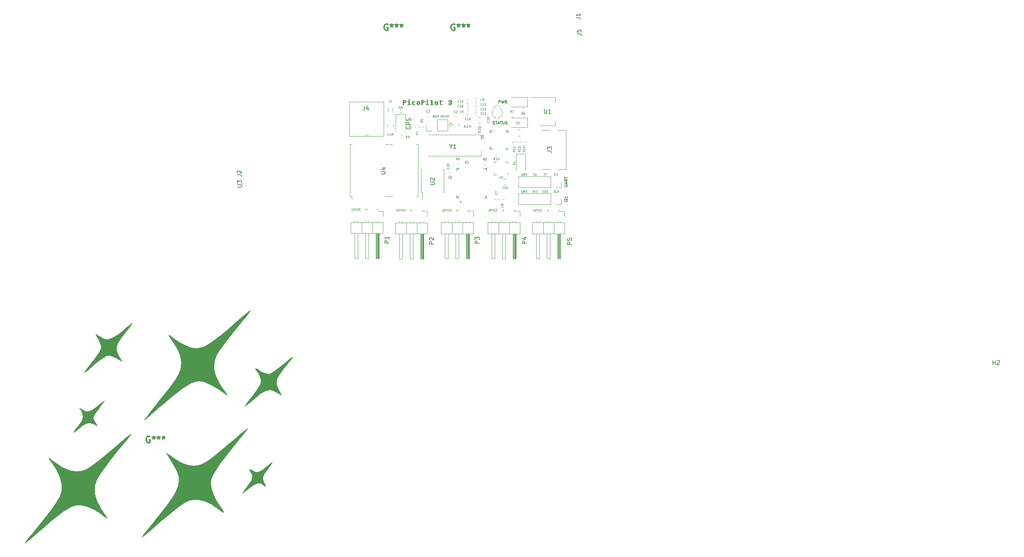
<source format=gbr>
%TF.GenerationSoftware,KiCad,Pcbnew,(6.0.7)*%
%TF.CreationDate,2022-11-19T04:14:00-05:00*%
%TF.ProjectId,picopilotv1,7069636f-7069-46c6-9f74-76312e6b6963,rev?*%
%TF.SameCoordinates,Original*%
%TF.FileFunction,Legend,Top*%
%TF.FilePolarity,Positive*%
%FSLAX46Y46*%
G04 Gerber Fmt 4.6, Leading zero omitted, Abs format (unit mm)*
G04 Created by KiCad (PCBNEW (6.0.7)) date 2022-11-19 04:14:00*
%MOMM*%
%LPD*%
G01*
G04 APERTURE LIST*
%ADD10C,0.125000*%
%ADD11C,0.175000*%
%ADD12C,0.075000*%
%ADD13C,0.300000*%
%ADD14C,0.150000*%
%ADD15C,0.120000*%
%ADD16C,0.100000*%
%ADD17C,0.127000*%
%ADD18C,0.200000*%
G04 APERTURE END LIST*
D10*
X92758523Y-109285714D02*
X93139476Y-109285714D01*
X103559523Y-109535714D02*
X103940476Y-109535714D01*
X114348523Y-109535714D02*
X114729476Y-109535714D01*
X125524523Y-109535714D02*
X125905476Y-109535714D01*
X136207523Y-109535714D02*
X136588476Y-109535714D01*
X90059523Y-109285714D02*
X90440476Y-109285714D01*
X90250000Y-109476190D02*
X90250000Y-109095238D01*
X100809523Y-109535714D02*
X101190476Y-109535714D01*
X101000000Y-109726190D02*
X101000000Y-109345238D01*
X111809523Y-109535714D02*
X112190476Y-109535714D01*
X112000000Y-109726190D02*
X112000000Y-109345238D01*
X122809523Y-109535714D02*
X123190476Y-109535714D01*
X123000000Y-109726190D02*
X123000000Y-109345238D01*
X133559523Y-109535714D02*
X133940476Y-109535714D01*
X133750000Y-109726190D02*
X133750000Y-109345238D01*
X135028857Y-105231380D02*
X135100285Y-105255190D01*
X135219333Y-105255190D01*
X135266952Y-105231380D01*
X135290761Y-105207571D01*
X135314571Y-105159952D01*
X135314571Y-105112333D01*
X135290761Y-105064714D01*
X135266952Y-105040904D01*
X135219333Y-105017095D01*
X135124095Y-104993285D01*
X135076476Y-104969476D01*
X135052666Y-104945666D01*
X135028857Y-104898047D01*
X135028857Y-104850428D01*
X135052666Y-104802809D01*
X135076476Y-104779000D01*
X135124095Y-104755190D01*
X135243142Y-104755190D01*
X135314571Y-104779000D01*
X135528857Y-105255190D02*
X135528857Y-104755190D01*
X135647904Y-104755190D01*
X135719333Y-104779000D01*
X135766952Y-104826619D01*
X135790761Y-104874238D01*
X135814571Y-104969476D01*
X135814571Y-105040904D01*
X135790761Y-105136142D01*
X135766952Y-105183761D01*
X135719333Y-105231380D01*
X135647904Y-105255190D01*
X135528857Y-105255190D01*
X136005047Y-105112333D02*
X136243142Y-105112333D01*
X135957428Y-105255190D02*
X136124095Y-104755190D01*
X136290761Y-105255190D01*
X87011904Y-109097000D02*
X86964285Y-109073190D01*
X86892857Y-109073190D01*
X86821428Y-109097000D01*
X86773809Y-109144619D01*
X86750000Y-109192238D01*
X86726190Y-109287476D01*
X86726190Y-109358904D01*
X86750000Y-109454142D01*
X86773809Y-109501761D01*
X86821428Y-109549380D01*
X86892857Y-109573190D01*
X86940476Y-109573190D01*
X87011904Y-109549380D01*
X87035714Y-109525571D01*
X87035714Y-109358904D01*
X86940476Y-109358904D01*
X87250000Y-109573190D02*
X87250000Y-109073190D01*
X87440476Y-109073190D01*
X87488095Y-109097000D01*
X87511904Y-109120809D01*
X87535714Y-109168428D01*
X87535714Y-109239857D01*
X87511904Y-109287476D01*
X87488095Y-109311285D01*
X87440476Y-109335095D01*
X87250000Y-109335095D01*
X87750000Y-109573190D02*
X87750000Y-109073190D01*
X88083333Y-109073190D02*
X88178571Y-109073190D01*
X88226190Y-109097000D01*
X88273809Y-109144619D01*
X88297619Y-109239857D01*
X88297619Y-109406523D01*
X88273809Y-109501761D01*
X88226190Y-109549380D01*
X88178571Y-109573190D01*
X88083333Y-109573190D01*
X88035714Y-109549380D01*
X87988095Y-109501761D01*
X87964285Y-109406523D01*
X87964285Y-109239857D01*
X87988095Y-109144619D01*
X88035714Y-109097000D01*
X88083333Y-109073190D01*
X88750000Y-109073190D02*
X88511904Y-109073190D01*
X88488095Y-109311285D01*
X88511904Y-109287476D01*
X88559523Y-109263666D01*
X88678571Y-109263666D01*
X88726190Y-109287476D01*
X88750000Y-109311285D01*
X88773809Y-109358904D01*
X88773809Y-109477952D01*
X88750000Y-109525571D01*
X88726190Y-109549380D01*
X88678571Y-109573190D01*
X88559523Y-109573190D01*
X88511904Y-109549380D01*
X88488095Y-109525571D01*
X130511904Y-109250000D02*
X130464285Y-109226190D01*
X130392857Y-109226190D01*
X130321428Y-109250000D01*
X130273809Y-109297619D01*
X130250000Y-109345238D01*
X130226190Y-109440476D01*
X130226190Y-109511904D01*
X130250000Y-109607142D01*
X130273809Y-109654761D01*
X130321428Y-109702380D01*
X130392857Y-109726190D01*
X130440476Y-109726190D01*
X130511904Y-109702380D01*
X130535714Y-109678571D01*
X130535714Y-109511904D01*
X130440476Y-109511904D01*
X130750000Y-109726190D02*
X130750000Y-109226190D01*
X130940476Y-109226190D01*
X130988095Y-109250000D01*
X131011904Y-109273809D01*
X131035714Y-109321428D01*
X131035714Y-109392857D01*
X131011904Y-109440476D01*
X130988095Y-109464285D01*
X130940476Y-109488095D01*
X130750000Y-109488095D01*
X131250000Y-109726190D02*
X131250000Y-109226190D01*
X131583333Y-109226190D02*
X131678571Y-109226190D01*
X131726190Y-109250000D01*
X131773809Y-109297619D01*
X131797619Y-109392857D01*
X131797619Y-109559523D01*
X131773809Y-109654761D01*
X131726190Y-109702380D01*
X131678571Y-109726190D01*
X131583333Y-109726190D01*
X131535714Y-109702380D01*
X131488095Y-109654761D01*
X131464285Y-109559523D01*
X131464285Y-109392857D01*
X131488095Y-109297619D01*
X131535714Y-109250000D01*
X131583333Y-109226190D01*
X132273809Y-109726190D02*
X131988095Y-109726190D01*
X132130952Y-109726190D02*
X132130952Y-109226190D01*
X132083333Y-109297619D01*
X132035714Y-109345238D01*
X131988095Y-109369047D01*
X127635047Y-100715000D02*
X127587428Y-100691190D01*
X127516000Y-100691190D01*
X127444571Y-100715000D01*
X127396952Y-100762619D01*
X127373142Y-100810238D01*
X127349333Y-100905476D01*
X127349333Y-100976904D01*
X127373142Y-101072142D01*
X127396952Y-101119761D01*
X127444571Y-101167380D01*
X127516000Y-101191190D01*
X127563619Y-101191190D01*
X127635047Y-101167380D01*
X127658857Y-101143571D01*
X127658857Y-100976904D01*
X127563619Y-100976904D01*
X127873142Y-101191190D02*
X127873142Y-100691190D01*
X128158857Y-101191190D01*
X128158857Y-100691190D01*
X128396952Y-101191190D02*
X128396952Y-100691190D01*
X128516000Y-100691190D01*
X128587428Y-100715000D01*
X128635047Y-100762619D01*
X128658857Y-100810238D01*
X128682666Y-100905476D01*
X128682666Y-100976904D01*
X128658857Y-101072142D01*
X128635047Y-101119761D01*
X128587428Y-101167380D01*
X128516000Y-101191190D01*
X128396952Y-101191190D01*
X119761904Y-109224000D02*
X119714285Y-109200190D01*
X119642857Y-109200190D01*
X119571428Y-109224000D01*
X119523809Y-109271619D01*
X119500000Y-109319238D01*
X119476190Y-109414476D01*
X119476190Y-109485904D01*
X119500000Y-109581142D01*
X119523809Y-109628761D01*
X119571428Y-109676380D01*
X119642857Y-109700190D01*
X119690476Y-109700190D01*
X119761904Y-109676380D01*
X119785714Y-109652571D01*
X119785714Y-109485904D01*
X119690476Y-109485904D01*
X120000000Y-109700190D02*
X120000000Y-109200190D01*
X120190476Y-109200190D01*
X120238095Y-109224000D01*
X120261904Y-109247809D01*
X120285714Y-109295428D01*
X120285714Y-109366857D01*
X120261904Y-109414476D01*
X120238095Y-109438285D01*
X120190476Y-109462095D01*
X120000000Y-109462095D01*
X120500000Y-109700190D02*
X120500000Y-109200190D01*
X120833333Y-109200190D02*
X120928571Y-109200190D01*
X120976190Y-109224000D01*
X121023809Y-109271619D01*
X121047619Y-109366857D01*
X121047619Y-109533523D01*
X121023809Y-109628761D01*
X120976190Y-109676380D01*
X120928571Y-109700190D01*
X120833333Y-109700190D01*
X120785714Y-109676380D01*
X120738095Y-109628761D01*
X120714285Y-109533523D01*
X120714285Y-109366857D01*
X120738095Y-109271619D01*
X120785714Y-109224000D01*
X120833333Y-109200190D01*
X121238095Y-109247809D02*
X121261904Y-109224000D01*
X121309523Y-109200190D01*
X121428571Y-109200190D01*
X121476190Y-109224000D01*
X121500000Y-109247809D01*
X121523809Y-109295428D01*
X121523809Y-109343047D01*
X121500000Y-109414476D01*
X121214285Y-109700190D01*
X121523809Y-109700190D01*
X132453142Y-105231380D02*
X132524571Y-105255190D01*
X132643619Y-105255190D01*
X132691238Y-105231380D01*
X132715047Y-105207571D01*
X132738857Y-105159952D01*
X132738857Y-105112333D01*
X132715047Y-105064714D01*
X132691238Y-105040904D01*
X132643619Y-105017095D01*
X132548380Y-104993285D01*
X132500761Y-104969476D01*
X132476952Y-104945666D01*
X132453142Y-104898047D01*
X132453142Y-104850428D01*
X132476952Y-104802809D01*
X132500761Y-104779000D01*
X132548380Y-104755190D01*
X132667428Y-104755190D01*
X132738857Y-104779000D01*
X132953142Y-105255190D02*
X132953142Y-104755190D01*
X133072190Y-104755190D01*
X133143619Y-104779000D01*
X133191238Y-104826619D01*
X133215047Y-104874238D01*
X133238857Y-104969476D01*
X133238857Y-105040904D01*
X133215047Y-105136142D01*
X133191238Y-105183761D01*
X133143619Y-105231380D01*
X133072190Y-105255190D01*
X132953142Y-105255190D01*
X133738857Y-105207571D02*
X133715047Y-105231380D01*
X133643619Y-105255190D01*
X133596000Y-105255190D01*
X133524571Y-105231380D01*
X133476952Y-105183761D01*
X133453142Y-105136142D01*
X133429333Y-105040904D01*
X133429333Y-104969476D01*
X133453142Y-104874238D01*
X133476952Y-104826619D01*
X133524571Y-104779000D01*
X133596000Y-104755190D01*
X133643619Y-104755190D01*
X133715047Y-104779000D01*
X133738857Y-104802809D01*
X129960761Y-104755190D02*
X130270285Y-104755190D01*
X130103619Y-104945666D01*
X130175047Y-104945666D01*
X130222666Y-104969476D01*
X130246476Y-104993285D01*
X130270285Y-105040904D01*
X130270285Y-105159952D01*
X130246476Y-105207571D01*
X130222666Y-105231380D01*
X130175047Y-105255190D01*
X130032190Y-105255190D01*
X129984571Y-105231380D01*
X129960761Y-105207571D01*
X130436952Y-104921857D02*
X130556000Y-105255190D01*
X130675047Y-104921857D01*
X130817904Y-104755190D02*
X131127428Y-104755190D01*
X130960761Y-104945666D01*
X131032190Y-104945666D01*
X131079809Y-104969476D01*
X131103619Y-104993285D01*
X131127428Y-105040904D01*
X131127428Y-105159952D01*
X131103619Y-105207571D01*
X131079809Y-105231380D01*
X131032190Y-105255190D01*
X130889333Y-105255190D01*
X130841714Y-105231380D01*
X130817904Y-105207571D01*
D11*
X138365666Y-107440333D02*
X137665666Y-107440333D01*
X137732333Y-107140333D02*
X137699000Y-107107000D01*
X137665666Y-107040333D01*
X137665666Y-106873666D01*
X137699000Y-106807000D01*
X137732333Y-106773666D01*
X137799000Y-106740333D01*
X137865666Y-106740333D01*
X137965666Y-106773666D01*
X138365666Y-107173666D01*
X138365666Y-106740333D01*
X138332333Y-106140333D02*
X138365666Y-106207000D01*
X138365666Y-106340333D01*
X138332333Y-106407000D01*
X138299000Y-106440333D01*
X138232333Y-106473666D01*
X138032333Y-106473666D01*
X137965666Y-106440333D01*
X137932333Y-106407000D01*
X137899000Y-106340333D01*
X137899000Y-106207000D01*
X137932333Y-106140333D01*
D10*
X97761904Y-109250000D02*
X97714285Y-109226190D01*
X97642857Y-109226190D01*
X97571428Y-109250000D01*
X97523809Y-109297619D01*
X97500000Y-109345238D01*
X97476190Y-109440476D01*
X97476190Y-109511904D01*
X97500000Y-109607142D01*
X97523809Y-109654761D01*
X97571428Y-109702380D01*
X97642857Y-109726190D01*
X97690476Y-109726190D01*
X97761904Y-109702380D01*
X97785714Y-109678571D01*
X97785714Y-109511904D01*
X97690476Y-109511904D01*
X98000000Y-109726190D02*
X98000000Y-109226190D01*
X98190476Y-109226190D01*
X98238095Y-109250000D01*
X98261904Y-109273809D01*
X98285714Y-109321428D01*
X98285714Y-109392857D01*
X98261904Y-109440476D01*
X98238095Y-109464285D01*
X98190476Y-109488095D01*
X98000000Y-109488095D01*
X98500000Y-109726190D02*
X98500000Y-109226190D01*
X98833333Y-109226190D02*
X98928571Y-109226190D01*
X98976190Y-109250000D01*
X99023809Y-109297619D01*
X99047619Y-109392857D01*
X99047619Y-109559523D01*
X99023809Y-109654761D01*
X98976190Y-109702380D01*
X98928571Y-109726190D01*
X98833333Y-109726190D01*
X98785714Y-109702380D01*
X98738095Y-109654761D01*
X98714285Y-109559523D01*
X98714285Y-109392857D01*
X98738095Y-109297619D01*
X98785714Y-109250000D01*
X98833333Y-109226190D01*
X99476190Y-109392857D02*
X99476190Y-109726190D01*
X99357142Y-109202380D02*
X99238095Y-109559523D01*
X99547619Y-109559523D01*
X135552666Y-101191190D02*
X135386000Y-100953095D01*
X135266952Y-101191190D02*
X135266952Y-100691190D01*
X135457428Y-100691190D01*
X135505047Y-100715000D01*
X135528857Y-100738809D01*
X135552666Y-100786428D01*
X135552666Y-100857857D01*
X135528857Y-100905476D01*
X135505047Y-100929285D01*
X135457428Y-100953095D01*
X135266952Y-100953095D01*
X135719333Y-100691190D02*
X136052666Y-101191190D01*
X136052666Y-100691190D02*
X135719333Y-101191190D01*
D12*
X106340495Y-86991828D02*
X106397638Y-87010876D01*
X106416685Y-87029923D01*
X106435733Y-87068019D01*
X106435733Y-87125161D01*
X106416685Y-87163257D01*
X106397638Y-87182304D01*
X106359542Y-87201352D01*
X106207161Y-87201352D01*
X106207161Y-86801352D01*
X106340495Y-86801352D01*
X106378590Y-86820400D01*
X106397638Y-86839447D01*
X106416685Y-86877542D01*
X106416685Y-86915638D01*
X106397638Y-86953733D01*
X106378590Y-86972780D01*
X106340495Y-86991828D01*
X106207161Y-86991828D01*
X106683352Y-86801352D02*
X106759542Y-86801352D01*
X106797638Y-86820400D01*
X106835733Y-86858495D01*
X106854780Y-86934685D01*
X106854780Y-87068019D01*
X106835733Y-87144209D01*
X106797638Y-87182304D01*
X106759542Y-87201352D01*
X106683352Y-87201352D01*
X106645257Y-87182304D01*
X106607161Y-87144209D01*
X106588114Y-87068019D01*
X106588114Y-86934685D01*
X106607161Y-86858495D01*
X106645257Y-86820400D01*
X106683352Y-86801352D01*
X107102400Y-86801352D02*
X107178590Y-86801352D01*
X107216685Y-86820400D01*
X107254780Y-86858495D01*
X107273828Y-86934685D01*
X107273828Y-87068019D01*
X107254780Y-87144209D01*
X107216685Y-87182304D01*
X107178590Y-87201352D01*
X107102400Y-87201352D01*
X107064304Y-87182304D01*
X107026209Y-87144209D01*
X107007161Y-87068019D01*
X107007161Y-86934685D01*
X107026209Y-86858495D01*
X107064304Y-86820400D01*
X107102400Y-86801352D01*
X107388114Y-86801352D02*
X107616685Y-86801352D01*
X107502400Y-87201352D02*
X107502400Y-86801352D01*
X108035733Y-87182304D02*
X108092876Y-87201352D01*
X108188114Y-87201352D01*
X108226209Y-87182304D01*
X108245257Y-87163257D01*
X108264304Y-87125161D01*
X108264304Y-87087066D01*
X108245257Y-87048971D01*
X108226209Y-87029923D01*
X108188114Y-87010876D01*
X108111923Y-86991828D01*
X108073828Y-86972780D01*
X108054780Y-86953733D01*
X108035733Y-86915638D01*
X108035733Y-86877542D01*
X108054780Y-86839447D01*
X108073828Y-86820400D01*
X108111923Y-86801352D01*
X108207161Y-86801352D01*
X108264304Y-86820400D01*
X108435733Y-86991828D02*
X108569066Y-86991828D01*
X108626209Y-87201352D02*
X108435733Y-87201352D01*
X108435733Y-86801352D01*
X108626209Y-86801352D01*
X108988114Y-87201352D02*
X108797638Y-87201352D01*
X108797638Y-86801352D01*
X109121447Y-86991828D02*
X109254780Y-86991828D01*
X109311923Y-87201352D02*
X109121447Y-87201352D01*
X109121447Y-86801352D01*
X109311923Y-86801352D01*
X109711923Y-87163257D02*
X109692876Y-87182304D01*
X109635733Y-87201352D01*
X109597638Y-87201352D01*
X109540495Y-87182304D01*
X109502400Y-87144209D01*
X109483352Y-87106114D01*
X109464304Y-87029923D01*
X109464304Y-86972780D01*
X109483352Y-86896590D01*
X109502400Y-86858495D01*
X109540495Y-86820400D01*
X109597638Y-86801352D01*
X109635733Y-86801352D01*
X109692876Y-86820400D01*
X109711923Y-86839447D01*
X109826209Y-86801352D02*
X110054780Y-86801352D01*
X109940495Y-87201352D02*
X109940495Y-86801352D01*
D11*
X137665666Y-103859666D02*
X138232333Y-103859666D01*
X138299000Y-103826333D01*
X138332333Y-103793000D01*
X138365666Y-103726333D01*
X138365666Y-103593000D01*
X138332333Y-103526333D01*
X138299000Y-103493000D01*
X138232333Y-103459666D01*
X137665666Y-103459666D01*
X138165666Y-103159666D02*
X138165666Y-102826333D01*
X138365666Y-103226333D02*
X137665666Y-102993000D01*
X138365666Y-102759666D01*
X138365666Y-102126333D02*
X138032333Y-102359666D01*
X138365666Y-102526333D02*
X137665666Y-102526333D01*
X137665666Y-102259666D01*
X137699000Y-102193000D01*
X137732333Y-102159666D01*
X137799000Y-102126333D01*
X137899000Y-102126333D01*
X137965666Y-102159666D01*
X137999000Y-102193000D01*
X138032333Y-102259666D01*
X138032333Y-102526333D01*
X137665666Y-101926333D02*
X137665666Y-101526333D01*
X138365666Y-101726333D02*
X137665666Y-101726333D01*
D10*
X108761904Y-109250000D02*
X108714285Y-109226190D01*
X108642857Y-109226190D01*
X108571428Y-109250000D01*
X108523809Y-109297619D01*
X108500000Y-109345238D01*
X108476190Y-109440476D01*
X108476190Y-109511904D01*
X108500000Y-109607142D01*
X108523809Y-109654761D01*
X108571428Y-109702380D01*
X108642857Y-109726190D01*
X108690476Y-109726190D01*
X108761904Y-109702380D01*
X108785714Y-109678571D01*
X108785714Y-109511904D01*
X108690476Y-109511904D01*
X109000000Y-109726190D02*
X109000000Y-109226190D01*
X109190476Y-109226190D01*
X109238095Y-109250000D01*
X109261904Y-109273809D01*
X109285714Y-109321428D01*
X109285714Y-109392857D01*
X109261904Y-109440476D01*
X109238095Y-109464285D01*
X109190476Y-109488095D01*
X109000000Y-109488095D01*
X109500000Y-109726190D02*
X109500000Y-109226190D01*
X109833333Y-109226190D02*
X109928571Y-109226190D01*
X109976190Y-109250000D01*
X110023809Y-109297619D01*
X110047619Y-109392857D01*
X110047619Y-109559523D01*
X110023809Y-109654761D01*
X109976190Y-109702380D01*
X109928571Y-109726190D01*
X109833333Y-109726190D01*
X109785714Y-109702380D01*
X109738095Y-109654761D01*
X109714285Y-109559523D01*
X109714285Y-109392857D01*
X109738095Y-109297619D01*
X109785714Y-109250000D01*
X109833333Y-109226190D01*
X110214285Y-109226190D02*
X110523809Y-109226190D01*
X110357142Y-109416666D01*
X110428571Y-109416666D01*
X110476190Y-109440476D01*
X110500000Y-109464285D01*
X110523809Y-109511904D01*
X110523809Y-109630952D01*
X110500000Y-109678571D01*
X110476190Y-109702380D01*
X110428571Y-109726190D01*
X110285714Y-109726190D01*
X110238095Y-109702380D01*
X110214285Y-109678571D01*
X127635047Y-104779000D02*
X127587428Y-104755190D01*
X127516000Y-104755190D01*
X127444571Y-104779000D01*
X127396952Y-104826619D01*
X127373142Y-104874238D01*
X127349333Y-104969476D01*
X127349333Y-105040904D01*
X127373142Y-105136142D01*
X127396952Y-105183761D01*
X127444571Y-105231380D01*
X127516000Y-105255190D01*
X127563619Y-105255190D01*
X127635047Y-105231380D01*
X127658857Y-105207571D01*
X127658857Y-105040904D01*
X127563619Y-105040904D01*
X127873142Y-105255190D02*
X127873142Y-104755190D01*
X128158857Y-105255190D01*
X128158857Y-104755190D01*
X128396952Y-105255190D02*
X128396952Y-104755190D01*
X128516000Y-104755190D01*
X128587428Y-104779000D01*
X128635047Y-104826619D01*
X128658857Y-104874238D01*
X128682666Y-104969476D01*
X128682666Y-105040904D01*
X128658857Y-105136142D01*
X128635047Y-105183761D01*
X128587428Y-105231380D01*
X128516000Y-105255190D01*
X128396952Y-105255190D01*
X130484571Y-100691190D02*
X130246476Y-100691190D01*
X130222666Y-100929285D01*
X130246476Y-100905476D01*
X130294095Y-100881666D01*
X130413142Y-100881666D01*
X130460761Y-100905476D01*
X130484571Y-100929285D01*
X130508380Y-100976904D01*
X130508380Y-101095952D01*
X130484571Y-101143571D01*
X130460761Y-101167380D01*
X130413142Y-101191190D01*
X130294095Y-101191190D01*
X130246476Y-101167380D01*
X130222666Y-101143571D01*
X130675047Y-100857857D02*
X130794095Y-101191190D01*
X130913142Y-100857857D01*
X132715047Y-100691190D02*
X133000761Y-100691190D01*
X132857904Y-101191190D02*
X132857904Y-100691190D01*
X133119809Y-100691190D02*
X133453142Y-101191190D01*
X133453142Y-100691190D02*
X133119809Y-101191190D01*
D13*
%TO.C,G\u002A\u002A\u002A*%
X95407428Y-64988000D02*
X95262285Y-64915428D01*
X95044571Y-64915428D01*
X94826857Y-64988000D01*
X94681714Y-65133142D01*
X94609142Y-65278285D01*
X94536571Y-65568571D01*
X94536571Y-65786285D01*
X94609142Y-66076571D01*
X94681714Y-66221714D01*
X94826857Y-66366857D01*
X95044571Y-66439428D01*
X95189714Y-66439428D01*
X95407428Y-66366857D01*
X95480000Y-66294285D01*
X95480000Y-65786285D01*
X95189714Y-65786285D01*
X96350857Y-64915428D02*
X96350857Y-65278285D01*
X95988000Y-65133142D02*
X96350857Y-65278285D01*
X96713714Y-65133142D01*
X96133142Y-65568571D02*
X96350857Y-65278285D01*
X96568571Y-65568571D01*
X97512000Y-64915428D02*
X97512000Y-65278285D01*
X97149142Y-65133142D02*
X97512000Y-65278285D01*
X97874857Y-65133142D01*
X97294285Y-65568571D02*
X97512000Y-65278285D01*
X97729714Y-65568571D01*
X98673142Y-64915428D02*
X98673142Y-65278285D01*
X98310285Y-65133142D02*
X98673142Y-65278285D01*
X99036000Y-65133142D01*
X98455428Y-65568571D02*
X98673142Y-65278285D01*
X98890857Y-65568571D01*
X111407428Y-64988000D02*
X111262285Y-64915428D01*
X111044571Y-64915428D01*
X110826857Y-64988000D01*
X110681714Y-65133142D01*
X110609142Y-65278285D01*
X110536571Y-65568571D01*
X110536571Y-65786285D01*
X110609142Y-66076571D01*
X110681714Y-66221714D01*
X110826857Y-66366857D01*
X111044571Y-66439428D01*
X111189714Y-66439428D01*
X111407428Y-66366857D01*
X111480000Y-66294285D01*
X111480000Y-65786285D01*
X111189714Y-65786285D01*
X112350857Y-64915428D02*
X112350857Y-65278285D01*
X111988000Y-65133142D02*
X112350857Y-65278285D01*
X112713714Y-65133142D01*
X112133142Y-65568571D02*
X112350857Y-65278285D01*
X112568571Y-65568571D01*
X113512000Y-64915428D02*
X113512000Y-65278285D01*
X113149142Y-65133142D02*
X113512000Y-65278285D01*
X113874857Y-65133142D01*
X113294285Y-65568571D02*
X113512000Y-65278285D01*
X113729714Y-65568571D01*
X114673142Y-64915428D02*
X114673142Y-65278285D01*
X114310285Y-65133142D02*
X114673142Y-65278285D01*
X115036000Y-65133142D01*
X114455428Y-65568571D02*
X114673142Y-65278285D01*
X114890857Y-65568571D01*
X38483991Y-163677721D02*
X38338848Y-163605149D01*
X38121134Y-163605149D01*
X37903420Y-163677721D01*
X37758277Y-163822863D01*
X37685705Y-163968006D01*
X37613134Y-164258292D01*
X37613134Y-164476006D01*
X37685705Y-164766292D01*
X37758277Y-164911435D01*
X37903420Y-165056578D01*
X38121134Y-165129149D01*
X38266277Y-165129149D01*
X38483991Y-165056578D01*
X38556563Y-164984006D01*
X38556563Y-164476006D01*
X38266277Y-164476006D01*
X39427420Y-163605149D02*
X39427420Y-163968006D01*
X39064563Y-163822863D02*
X39427420Y-163968006D01*
X39790277Y-163822863D01*
X39209705Y-164258292D02*
X39427420Y-163968006D01*
X39645134Y-164258292D01*
X40588563Y-163605149D02*
X40588563Y-163968006D01*
X40225705Y-163822863D02*
X40588563Y-163968006D01*
X40951420Y-163822863D01*
X40370848Y-164258292D02*
X40588563Y-163968006D01*
X40806277Y-164258292D01*
X41749705Y-163605149D02*
X41749705Y-163968006D01*
X41386848Y-163822863D02*
X41749705Y-163968006D01*
X42112563Y-163822863D01*
X41531991Y-164258292D02*
X41749705Y-163968006D01*
X41967420Y-164258292D01*
D14*
%TO.C,PWR*%
X121951866Y-83882666D02*
X121951866Y-83182666D01*
X122218533Y-83182666D01*
X122285200Y-83216000D01*
X122318533Y-83249333D01*
X122351866Y-83316000D01*
X122351866Y-83416000D01*
X122318533Y-83482666D01*
X122285200Y-83516000D01*
X122218533Y-83549333D01*
X121951866Y-83549333D01*
X122585200Y-83182666D02*
X122751866Y-83882666D01*
X122885200Y-83382666D01*
X123018533Y-83882666D01*
X123185200Y-83182666D01*
X123851866Y-83882666D02*
X123618533Y-83549333D01*
X123451866Y-83882666D02*
X123451866Y-83182666D01*
X123718533Y-83182666D01*
X123785200Y-83216000D01*
X123818533Y-83249333D01*
X123851866Y-83316000D01*
X123851866Y-83416000D01*
X123818533Y-83482666D01*
X123785200Y-83516000D01*
X123718533Y-83549333D01*
X123451866Y-83549333D01*
D10*
%TO.C,C8*%
X110101866Y-101880171D02*
X110078057Y-101903980D01*
X110006628Y-101927790D01*
X109959009Y-101927790D01*
X109887580Y-101903980D01*
X109839961Y-101856361D01*
X109816152Y-101808742D01*
X109792342Y-101713504D01*
X109792342Y-101642076D01*
X109816152Y-101546838D01*
X109839961Y-101499219D01*
X109887580Y-101451600D01*
X109959009Y-101427790D01*
X110006628Y-101427790D01*
X110078057Y-101451600D01*
X110101866Y-101475409D01*
X110387580Y-101642076D02*
X110339961Y-101618266D01*
X110316152Y-101594457D01*
X110292342Y-101546838D01*
X110292342Y-101523028D01*
X110316152Y-101475409D01*
X110339961Y-101451600D01*
X110387580Y-101427790D01*
X110482819Y-101427790D01*
X110530438Y-101451600D01*
X110554247Y-101475409D01*
X110578057Y-101523028D01*
X110578057Y-101546838D01*
X110554247Y-101594457D01*
X110530438Y-101618266D01*
X110482819Y-101642076D01*
X110387580Y-101642076D01*
X110339961Y-101665885D01*
X110316152Y-101689695D01*
X110292342Y-101737314D01*
X110292342Y-101832552D01*
X110316152Y-101880171D01*
X110339961Y-101903980D01*
X110387580Y-101927790D01*
X110482819Y-101927790D01*
X110530438Y-101903980D01*
X110554247Y-101880171D01*
X110578057Y-101832552D01*
X110578057Y-101737314D01*
X110554247Y-101689695D01*
X110530438Y-101665885D01*
X110482819Y-101642076D01*
%TO.C,C19*%
X123122571Y-104267771D02*
X123098761Y-104291580D01*
X123027333Y-104315390D01*
X122979714Y-104315390D01*
X122908285Y-104291580D01*
X122860666Y-104243961D01*
X122836857Y-104196342D01*
X122813047Y-104101104D01*
X122813047Y-104029676D01*
X122836857Y-103934438D01*
X122860666Y-103886819D01*
X122908285Y-103839200D01*
X122979714Y-103815390D01*
X123027333Y-103815390D01*
X123098761Y-103839200D01*
X123122571Y-103863009D01*
X123598761Y-104315390D02*
X123313047Y-104315390D01*
X123455904Y-104315390D02*
X123455904Y-103815390D01*
X123408285Y-103886819D01*
X123360666Y-103934438D01*
X123313047Y-103958247D01*
X123836857Y-104315390D02*
X123932095Y-104315390D01*
X123979714Y-104291580D01*
X124003523Y-104267771D01*
X124051142Y-104196342D01*
X124074952Y-104101104D01*
X124074952Y-103910628D01*
X124051142Y-103863009D01*
X124027333Y-103839200D01*
X123979714Y-103815390D01*
X123884476Y-103815390D01*
X123836857Y-103839200D01*
X123813047Y-103863009D01*
X123789238Y-103910628D01*
X123789238Y-104029676D01*
X123813047Y-104077295D01*
X123836857Y-104101104D01*
X123884476Y-104124914D01*
X123979714Y-104124914D01*
X124027333Y-104101104D01*
X124051142Y-104077295D01*
X124074952Y-104029676D01*
%TO.C,R1*%
X103756590Y-88119733D02*
X103518495Y-88286400D01*
X103756590Y-88405447D02*
X103256590Y-88405447D01*
X103256590Y-88214971D01*
X103280400Y-88167352D01*
X103304209Y-88143542D01*
X103351828Y-88119733D01*
X103423257Y-88119733D01*
X103470876Y-88143542D01*
X103494685Y-88167352D01*
X103518495Y-88214971D01*
X103518495Y-88405447D01*
X103756590Y-87643542D02*
X103756590Y-87929257D01*
X103756590Y-87786400D02*
X103256590Y-87786400D01*
X103328019Y-87834019D01*
X103375638Y-87881638D01*
X103399447Y-87929257D01*
%TO.C,C16*%
X112403771Y-84760571D02*
X112379961Y-84784380D01*
X112308533Y-84808190D01*
X112260914Y-84808190D01*
X112189485Y-84784380D01*
X112141866Y-84736761D01*
X112118057Y-84689142D01*
X112094247Y-84593904D01*
X112094247Y-84522476D01*
X112118057Y-84427238D01*
X112141866Y-84379619D01*
X112189485Y-84332000D01*
X112260914Y-84308190D01*
X112308533Y-84308190D01*
X112379961Y-84332000D01*
X112403771Y-84355809D01*
X112879961Y-84808190D02*
X112594247Y-84808190D01*
X112737104Y-84808190D02*
X112737104Y-84308190D01*
X112689485Y-84379619D01*
X112641866Y-84427238D01*
X112594247Y-84451047D01*
X113308533Y-84308190D02*
X113213295Y-84308190D01*
X113165676Y-84332000D01*
X113141866Y-84355809D01*
X113094247Y-84427238D01*
X113070438Y-84522476D01*
X113070438Y-84712952D01*
X113094247Y-84760571D01*
X113118057Y-84784380D01*
X113165676Y-84808190D01*
X113260914Y-84808190D01*
X113308533Y-84784380D01*
X113332342Y-84760571D01*
X113356152Y-84712952D01*
X113356152Y-84593904D01*
X113332342Y-84546285D01*
X113308533Y-84522476D01*
X113260914Y-84498666D01*
X113165676Y-84498666D01*
X113118057Y-84522476D01*
X113094247Y-84546285D01*
X113070438Y-84593904D01*
%TO.C,D1*%
X125854590Y-98540047D02*
X125354590Y-98540047D01*
X125354590Y-98421000D01*
X125378400Y-98349571D01*
X125426019Y-98301952D01*
X125473638Y-98278142D01*
X125568876Y-98254333D01*
X125640304Y-98254333D01*
X125735542Y-98278142D01*
X125783161Y-98301952D01*
X125830780Y-98349571D01*
X125854590Y-98421000D01*
X125854590Y-98540047D01*
X125854590Y-97778142D02*
X125854590Y-98063857D01*
X125854590Y-97921000D02*
X125354590Y-97921000D01*
X125426019Y-97968619D01*
X125473638Y-98016238D01*
X125497447Y-98063857D01*
%TO.C,U5*%
X122047047Y-101376990D02*
X122047047Y-101781752D01*
X122070857Y-101829371D01*
X122094666Y-101853180D01*
X122142285Y-101876990D01*
X122237523Y-101876990D01*
X122285142Y-101853180D01*
X122308952Y-101829371D01*
X122332761Y-101781752D01*
X122332761Y-101376990D01*
X122808952Y-101376990D02*
X122570857Y-101376990D01*
X122547047Y-101615085D01*
X122570857Y-101591276D01*
X122618476Y-101567466D01*
X122737523Y-101567466D01*
X122785142Y-101591276D01*
X122808952Y-101615085D01*
X122832761Y-101662704D01*
X122832761Y-101781752D01*
X122808952Y-101829371D01*
X122785142Y-101853180D01*
X122737523Y-101876990D01*
X122618476Y-101876990D01*
X122570857Y-101853180D01*
X122547047Y-101829371D01*
D14*
%TO.C,U1*%
X132842095Y-85304380D02*
X132842095Y-86113904D01*
X132889714Y-86209142D01*
X132937333Y-86256761D01*
X133032571Y-86304380D01*
X133223047Y-86304380D01*
X133318285Y-86256761D01*
X133365904Y-86209142D01*
X133413523Y-86113904D01*
X133413523Y-85304380D01*
X134413523Y-86304380D02*
X133842095Y-86304380D01*
X134127809Y-86304380D02*
X134127809Y-85304380D01*
X134032571Y-85447238D01*
X133937333Y-85542476D01*
X133842095Y-85590095D01*
D10*
%TO.C,R14*%
X128242190Y-95165028D02*
X128004095Y-95331695D01*
X128242190Y-95450742D02*
X127742190Y-95450742D01*
X127742190Y-95260266D01*
X127766000Y-95212647D01*
X127789809Y-95188838D01*
X127837428Y-95165028D01*
X127908857Y-95165028D01*
X127956476Y-95188838D01*
X127980285Y-95212647D01*
X128004095Y-95260266D01*
X128004095Y-95450742D01*
X128242190Y-94688838D02*
X128242190Y-94974552D01*
X128242190Y-94831695D02*
X127742190Y-94831695D01*
X127813619Y-94879314D01*
X127861238Y-94926933D01*
X127885047Y-94974552D01*
X127908857Y-94260266D02*
X128242190Y-94260266D01*
X127718380Y-94379314D02*
X128075523Y-94498361D01*
X128075523Y-94188838D01*
%TO.C,R4*%
X112032266Y-97457390D02*
X111865600Y-97219295D01*
X111746552Y-97457390D02*
X111746552Y-96957390D01*
X111937028Y-96957390D01*
X111984647Y-96981200D01*
X112008457Y-97005009D01*
X112032266Y-97052628D01*
X112032266Y-97124057D01*
X112008457Y-97171676D01*
X111984647Y-97195485D01*
X111937028Y-97219295D01*
X111746552Y-97219295D01*
X112460838Y-97124057D02*
X112460838Y-97457390D01*
X112341790Y-96933580D02*
X112222742Y-97290723D01*
X112532266Y-97290723D01*
D14*
%TO.C,Y1*%
X110521809Y-94210190D02*
X110521809Y-94686380D01*
X110188476Y-93686380D02*
X110521809Y-94210190D01*
X110855142Y-93686380D01*
X111712285Y-94686380D02*
X111140857Y-94686380D01*
X111426571Y-94686380D02*
X111426571Y-93686380D01*
X111331333Y-93829238D01*
X111236095Y-93924476D01*
X111140857Y-93972095D01*
%TO.C,P4*%
X128595380Y-117451095D02*
X127595380Y-117451095D01*
X127595380Y-117070142D01*
X127643000Y-116974904D01*
X127690619Y-116927285D01*
X127785857Y-116879666D01*
X127928714Y-116879666D01*
X128023952Y-116927285D01*
X128071571Y-116974904D01*
X128119190Y-117070142D01*
X128119190Y-117451095D01*
X127928714Y-116022523D02*
X128595380Y-116022523D01*
X127547761Y-116260619D02*
X128262047Y-116498714D01*
X128262047Y-115879666D01*
D10*
%TO.C,R3*%
X114165866Y-98270190D02*
X113999200Y-98032095D01*
X113880152Y-98270190D02*
X113880152Y-97770190D01*
X114070628Y-97770190D01*
X114118247Y-97794000D01*
X114142057Y-97817809D01*
X114165866Y-97865428D01*
X114165866Y-97936857D01*
X114142057Y-97984476D01*
X114118247Y-98008285D01*
X114070628Y-98032095D01*
X113880152Y-98032095D01*
X114332533Y-97770190D02*
X114642057Y-97770190D01*
X114475390Y-97960666D01*
X114546819Y-97960666D01*
X114594438Y-97984476D01*
X114618247Y-98008285D01*
X114642057Y-98055904D01*
X114642057Y-98174952D01*
X114618247Y-98222571D01*
X114594438Y-98246380D01*
X114546819Y-98270190D01*
X114403961Y-98270190D01*
X114356342Y-98246380D01*
X114332533Y-98222571D01*
%TO.C,R5*%
X118534666Y-97508190D02*
X118368000Y-97270095D01*
X118248952Y-97508190D02*
X118248952Y-97008190D01*
X118439428Y-97008190D01*
X118487047Y-97032000D01*
X118510857Y-97055809D01*
X118534666Y-97103428D01*
X118534666Y-97174857D01*
X118510857Y-97222476D01*
X118487047Y-97246285D01*
X118439428Y-97270095D01*
X118248952Y-97270095D01*
X118987047Y-97008190D02*
X118748952Y-97008190D01*
X118725142Y-97246285D01*
X118748952Y-97222476D01*
X118796571Y-97198666D01*
X118915619Y-97198666D01*
X118963238Y-97222476D01*
X118987047Y-97246285D01*
X119010857Y-97293904D01*
X119010857Y-97412952D01*
X118987047Y-97460571D01*
X118963238Y-97484380D01*
X118915619Y-97508190D01*
X118796571Y-97508190D01*
X118748952Y-97484380D01*
X118725142Y-97460571D01*
D14*
%TO.C,U3*%
X59447180Y-103936704D02*
X60256704Y-103936704D01*
X60351942Y-103889085D01*
X60399561Y-103841466D01*
X60447180Y-103746228D01*
X60447180Y-103555752D01*
X60399561Y-103460514D01*
X60351942Y-103412895D01*
X60256704Y-103365276D01*
X59447180Y-103365276D01*
X59447180Y-102984323D02*
X59447180Y-102365276D01*
X59828133Y-102698609D01*
X59828133Y-102555752D01*
X59875752Y-102460514D01*
X59923371Y-102412895D01*
X60018609Y-102365276D01*
X60256704Y-102365276D01*
X60351942Y-102412895D01*
X60399561Y-102460514D01*
X60447180Y-102555752D01*
X60447180Y-102841466D01*
X60399561Y-102936704D01*
X60351942Y-102984323D01*
%TO.C,U2*%
X105573580Y-103352504D02*
X106383104Y-103352504D01*
X106478342Y-103304885D01*
X106525961Y-103257266D01*
X106573580Y-103162028D01*
X106573580Y-102971552D01*
X106525961Y-102876314D01*
X106478342Y-102828695D01*
X106383104Y-102781076D01*
X105573580Y-102781076D01*
X105668819Y-102352504D02*
X105621200Y-102304885D01*
X105573580Y-102209647D01*
X105573580Y-101971552D01*
X105621200Y-101876314D01*
X105668819Y-101828695D01*
X105764057Y-101781076D01*
X105859295Y-101781076D01*
X106002152Y-101828695D01*
X106573580Y-102400123D01*
X106573580Y-101781076D01*
D10*
%TO.C,R9*%
X100043466Y-92174190D02*
X99876800Y-91936095D01*
X99757752Y-92174190D02*
X99757752Y-91674190D01*
X99948228Y-91674190D01*
X99995847Y-91698000D01*
X100019657Y-91721809D01*
X100043466Y-91769428D01*
X100043466Y-91840857D01*
X100019657Y-91888476D01*
X99995847Y-91912285D01*
X99948228Y-91936095D01*
X99757752Y-91936095D01*
X100281561Y-92174190D02*
X100376800Y-92174190D01*
X100424419Y-92150380D01*
X100448228Y-92126571D01*
X100495847Y-92055142D01*
X100519657Y-91959904D01*
X100519657Y-91769428D01*
X100495847Y-91721809D01*
X100472038Y-91698000D01*
X100424419Y-91674190D01*
X100329180Y-91674190D01*
X100281561Y-91698000D01*
X100257752Y-91721809D01*
X100233942Y-91769428D01*
X100233942Y-91888476D01*
X100257752Y-91936095D01*
X100281561Y-91959904D01*
X100329180Y-91983714D01*
X100424419Y-91983714D01*
X100472038Y-91959904D01*
X100495847Y-91936095D01*
X100519657Y-91888476D01*
%TO.C,R8*%
X98341666Y-85112990D02*
X98175000Y-84874895D01*
X98055952Y-85112990D02*
X98055952Y-84612990D01*
X98246428Y-84612990D01*
X98294047Y-84636800D01*
X98317857Y-84660609D01*
X98341666Y-84708228D01*
X98341666Y-84779657D01*
X98317857Y-84827276D01*
X98294047Y-84851085D01*
X98246428Y-84874895D01*
X98055952Y-84874895D01*
X98627380Y-84827276D02*
X98579761Y-84803466D01*
X98555952Y-84779657D01*
X98532142Y-84732038D01*
X98532142Y-84708228D01*
X98555952Y-84660609D01*
X98579761Y-84636800D01*
X98627380Y-84612990D01*
X98722619Y-84612990D01*
X98770238Y-84636800D01*
X98794047Y-84660609D01*
X98817857Y-84708228D01*
X98817857Y-84732038D01*
X98794047Y-84779657D01*
X98770238Y-84803466D01*
X98722619Y-84827276D01*
X98627380Y-84827276D01*
X98579761Y-84851085D01*
X98555952Y-84874895D01*
X98532142Y-84922514D01*
X98532142Y-85017752D01*
X98555952Y-85065371D01*
X98579761Y-85089180D01*
X98627380Y-85112990D01*
X98722619Y-85112990D01*
X98770238Y-85089180D01*
X98794047Y-85065371D01*
X98817857Y-85017752D01*
X98817857Y-84922514D01*
X98794047Y-84874895D01*
X98770238Y-84851085D01*
X98722619Y-84827276D01*
%TO.C,R6*%
X127678666Y-86586190D02*
X127512000Y-86348095D01*
X127392952Y-86586190D02*
X127392952Y-86086190D01*
X127583428Y-86086190D01*
X127631047Y-86110000D01*
X127654857Y-86133809D01*
X127678666Y-86181428D01*
X127678666Y-86252857D01*
X127654857Y-86300476D01*
X127631047Y-86324285D01*
X127583428Y-86348095D01*
X127392952Y-86348095D01*
X128107238Y-86086190D02*
X128012000Y-86086190D01*
X127964380Y-86110000D01*
X127940571Y-86133809D01*
X127892952Y-86205238D01*
X127869142Y-86300476D01*
X127869142Y-86490952D01*
X127892952Y-86538571D01*
X127916761Y-86562380D01*
X127964380Y-86586190D01*
X128059619Y-86586190D01*
X128107238Y-86562380D01*
X128131047Y-86538571D01*
X128154857Y-86490952D01*
X128154857Y-86371904D01*
X128131047Y-86324285D01*
X128107238Y-86300476D01*
X128059619Y-86276666D01*
X127964380Y-86276666D01*
X127916761Y-86300476D01*
X127892952Y-86324285D01*
X127869142Y-86371904D01*
D14*
%TO.C,P1*%
X95671380Y-117324095D02*
X94671380Y-117324095D01*
X94671380Y-116943142D01*
X94719000Y-116847904D01*
X94766619Y-116800285D01*
X94861857Y-116752666D01*
X95004714Y-116752666D01*
X95099952Y-116800285D01*
X95147571Y-116847904D01*
X95195190Y-116943142D01*
X95195190Y-117324095D01*
X95671380Y-115800285D02*
X95671380Y-116371714D01*
X95671380Y-116086000D02*
X94671380Y-116086000D01*
X94814238Y-116181238D01*
X94909476Y-116276476D01*
X94957095Y-116371714D01*
D10*
%TO.C,C5*%
X112895866Y-86081371D02*
X112872057Y-86105180D01*
X112800628Y-86128990D01*
X112753009Y-86128990D01*
X112681580Y-86105180D01*
X112633961Y-86057561D01*
X112610152Y-86009942D01*
X112586342Y-85914704D01*
X112586342Y-85843276D01*
X112610152Y-85748038D01*
X112633961Y-85700419D01*
X112681580Y-85652800D01*
X112753009Y-85628990D01*
X112800628Y-85628990D01*
X112872057Y-85652800D01*
X112895866Y-85676609D01*
X113348247Y-85628990D02*
X113110152Y-85628990D01*
X113086342Y-85867085D01*
X113110152Y-85843276D01*
X113157771Y-85819466D01*
X113276819Y-85819466D01*
X113324438Y-85843276D01*
X113348247Y-85867085D01*
X113372057Y-85914704D01*
X113372057Y-86033752D01*
X113348247Y-86081371D01*
X113324438Y-86105180D01*
X113276819Y-86128990D01*
X113157771Y-86128990D01*
X113110152Y-86105180D01*
X113086342Y-86081371D01*
%TO.C,C13*%
X117890171Y-86538571D02*
X117866361Y-86562380D01*
X117794933Y-86586190D01*
X117747314Y-86586190D01*
X117675885Y-86562380D01*
X117628266Y-86514761D01*
X117604457Y-86467142D01*
X117580647Y-86371904D01*
X117580647Y-86300476D01*
X117604457Y-86205238D01*
X117628266Y-86157619D01*
X117675885Y-86110000D01*
X117747314Y-86086190D01*
X117794933Y-86086190D01*
X117866361Y-86110000D01*
X117890171Y-86133809D01*
X118366361Y-86586190D02*
X118080647Y-86586190D01*
X118223504Y-86586190D02*
X118223504Y-86086190D01*
X118175885Y-86157619D01*
X118128266Y-86205238D01*
X118080647Y-86229047D01*
X118533028Y-86086190D02*
X118842552Y-86086190D01*
X118675885Y-86276666D01*
X118747314Y-86276666D01*
X118794933Y-86300476D01*
X118818742Y-86324285D01*
X118842552Y-86371904D01*
X118842552Y-86490952D01*
X118818742Y-86538571D01*
X118794933Y-86562380D01*
X118747314Y-86586190D01*
X118604457Y-86586190D01*
X118556838Y-86562380D01*
X118533028Y-86538571D01*
D14*
%TO.C,GPS*%
X99957000Y-89487285D02*
X99909380Y-89582523D01*
X99909380Y-89725380D01*
X99957000Y-89868238D01*
X100052238Y-89963476D01*
X100147476Y-90011095D01*
X100337952Y-90058714D01*
X100480809Y-90058714D01*
X100671285Y-90011095D01*
X100766523Y-89963476D01*
X100861761Y-89868238D01*
X100909380Y-89725380D01*
X100909380Y-89630142D01*
X100861761Y-89487285D01*
X100814142Y-89439666D01*
X100480809Y-89439666D01*
X100480809Y-89630142D01*
X100909380Y-89011095D02*
X99909380Y-89011095D01*
X99909380Y-88630142D01*
X99957000Y-88534904D01*
X100004619Y-88487285D01*
X100099857Y-88439666D01*
X100242714Y-88439666D01*
X100337952Y-88487285D01*
X100385571Y-88534904D01*
X100433190Y-88630142D01*
X100433190Y-89011095D01*
X100861761Y-88058714D02*
X100909380Y-87915857D01*
X100909380Y-87677761D01*
X100861761Y-87582523D01*
X100814142Y-87534904D01*
X100718904Y-87487285D01*
X100623666Y-87487285D01*
X100528428Y-87534904D01*
X100480809Y-87582523D01*
X100433190Y-87677761D01*
X100385571Y-87868238D01*
X100337952Y-87963476D01*
X100290333Y-88011095D01*
X100195095Y-88058714D01*
X100099857Y-88058714D01*
X100004619Y-88011095D01*
X99957000Y-87963476D01*
X99909380Y-87868238D01*
X99909380Y-87630142D01*
X99957000Y-87487285D01*
%TO.C,J1*%
X140448380Y-63396333D02*
X141162666Y-63396333D01*
X141305523Y-63443952D01*
X141400761Y-63539190D01*
X141448380Y-63682047D01*
X141448380Y-63777285D01*
X141448380Y-62396333D02*
X141448380Y-62967761D01*
X141448380Y-62682047D02*
X140448380Y-62682047D01*
X140591238Y-62777285D01*
X140686476Y-62872523D01*
X140734095Y-62967761D01*
D10*
%TO.C,L1*%
X95928666Y-83538190D02*
X95690571Y-83538190D01*
X95690571Y-83038190D01*
X96357238Y-83538190D02*
X96071523Y-83538190D01*
X96214380Y-83538190D02*
X96214380Y-83038190D01*
X96166761Y-83109619D01*
X96119142Y-83157238D01*
X96071523Y-83181047D01*
%TO.C,R11*%
X125854590Y-95165028D02*
X125616495Y-95331695D01*
X125854590Y-95450742D02*
X125354590Y-95450742D01*
X125354590Y-95260266D01*
X125378400Y-95212647D01*
X125402209Y-95188838D01*
X125449828Y-95165028D01*
X125521257Y-95165028D01*
X125568876Y-95188838D01*
X125592685Y-95212647D01*
X125616495Y-95260266D01*
X125616495Y-95450742D01*
X125854590Y-94688838D02*
X125854590Y-94974552D01*
X125854590Y-94831695D02*
X125354590Y-94831695D01*
X125426019Y-94879314D01*
X125473638Y-94926933D01*
X125497447Y-94974552D01*
X125854590Y-94212647D02*
X125854590Y-94498361D01*
X125854590Y-94355504D02*
X125354590Y-94355504D01*
X125426019Y-94403123D01*
X125473638Y-94450742D01*
X125497447Y-94498361D01*
D14*
%TO.C,P5*%
X139390380Y-117705095D02*
X138390380Y-117705095D01*
X138390380Y-117324142D01*
X138438000Y-117228904D01*
X138485619Y-117181285D01*
X138580857Y-117133666D01*
X138723714Y-117133666D01*
X138818952Y-117181285D01*
X138866571Y-117228904D01*
X138914190Y-117324142D01*
X138914190Y-117705095D01*
X138390380Y-116228904D02*
X138390380Y-116705095D01*
X138866571Y-116752714D01*
X138818952Y-116705095D01*
X138771333Y-116609857D01*
X138771333Y-116371761D01*
X138818952Y-116276523D01*
X138866571Y-116228904D01*
X138961809Y-116181285D01*
X139199904Y-116181285D01*
X139295142Y-116228904D01*
X139342761Y-116276523D01*
X139390380Y-116371761D01*
X139390380Y-116609857D01*
X139342761Y-116705095D01*
X139295142Y-116752714D01*
%TO.C,J2*%
X59396380Y-101018933D02*
X60110666Y-101018933D01*
X60253523Y-101066552D01*
X60348761Y-101161790D01*
X60396380Y-101304647D01*
X60396380Y-101399885D01*
X59491619Y-100590361D02*
X59444000Y-100542742D01*
X59396380Y-100447504D01*
X59396380Y-100209409D01*
X59444000Y-100114171D01*
X59491619Y-100066552D01*
X59586857Y-100018933D01*
X59682095Y-100018933D01*
X59824952Y-100066552D01*
X60396380Y-100637980D01*
X60396380Y-100018933D01*
D10*
%TO.C,U6*%
X117785390Y-92328952D02*
X118190152Y-92328952D01*
X118237771Y-92305142D01*
X118261580Y-92281333D01*
X118285390Y-92233714D01*
X118285390Y-92138476D01*
X118261580Y-92090857D01*
X118237771Y-92067047D01*
X118190152Y-92043238D01*
X117785390Y-92043238D01*
X117785390Y-91590857D02*
X117785390Y-91686095D01*
X117809200Y-91733714D01*
X117833009Y-91757523D01*
X117904438Y-91805142D01*
X117999676Y-91828952D01*
X118190152Y-91828952D01*
X118237771Y-91805142D01*
X118261580Y-91781333D01*
X118285390Y-91733714D01*
X118285390Y-91638476D01*
X118261580Y-91590857D01*
X118237771Y-91567047D01*
X118190152Y-91543238D01*
X118071104Y-91543238D01*
X118023485Y-91567047D01*
X117999676Y-91590857D01*
X117975866Y-91638476D01*
X117975866Y-91733714D01*
X117999676Y-91781333D01*
X118023485Y-91805142D01*
X118071104Y-91828952D01*
%TO.C,C9*%
X117874266Y-83185771D02*
X117850457Y-83209580D01*
X117779028Y-83233390D01*
X117731409Y-83233390D01*
X117659980Y-83209580D01*
X117612361Y-83161961D01*
X117588552Y-83114342D01*
X117564742Y-83019104D01*
X117564742Y-82947676D01*
X117588552Y-82852438D01*
X117612361Y-82804819D01*
X117659980Y-82757200D01*
X117731409Y-82733390D01*
X117779028Y-82733390D01*
X117850457Y-82757200D01*
X117874266Y-82781009D01*
X118112361Y-83233390D02*
X118207600Y-83233390D01*
X118255219Y-83209580D01*
X118279028Y-83185771D01*
X118326647Y-83114342D01*
X118350457Y-83019104D01*
X118350457Y-82828628D01*
X118326647Y-82781009D01*
X118302838Y-82757200D01*
X118255219Y-82733390D01*
X118159980Y-82733390D01*
X118112361Y-82757200D01*
X118088552Y-82781009D01*
X118064742Y-82828628D01*
X118064742Y-82947676D01*
X118088552Y-82995295D01*
X118112361Y-83019104D01*
X118159980Y-83042914D01*
X118255219Y-83042914D01*
X118302838Y-83019104D01*
X118326647Y-82995295D01*
X118350457Y-82947676D01*
%TO.C,C17*%
X114130971Y-89637371D02*
X114107161Y-89661180D01*
X114035733Y-89684990D01*
X113988114Y-89684990D01*
X113916685Y-89661180D01*
X113869066Y-89613561D01*
X113845257Y-89565942D01*
X113821447Y-89470704D01*
X113821447Y-89399276D01*
X113845257Y-89304038D01*
X113869066Y-89256419D01*
X113916685Y-89208800D01*
X113988114Y-89184990D01*
X114035733Y-89184990D01*
X114107161Y-89208800D01*
X114130971Y-89232609D01*
X114607161Y-89684990D02*
X114321447Y-89684990D01*
X114464304Y-89684990D02*
X114464304Y-89184990D01*
X114416685Y-89256419D01*
X114369066Y-89304038D01*
X114321447Y-89327847D01*
X114773828Y-89184990D02*
X115107161Y-89184990D01*
X114892876Y-89684990D01*
%TO.C,R10*%
X121039771Y-97406590D02*
X120873104Y-97168495D01*
X120754057Y-97406590D02*
X120754057Y-96906590D01*
X120944533Y-96906590D01*
X120992152Y-96930400D01*
X121015961Y-96954209D01*
X121039771Y-97001828D01*
X121039771Y-97073257D01*
X121015961Y-97120876D01*
X120992152Y-97144685D01*
X120944533Y-97168495D01*
X120754057Y-97168495D01*
X121515961Y-97406590D02*
X121230247Y-97406590D01*
X121373104Y-97406590D02*
X121373104Y-96906590D01*
X121325485Y-96978019D01*
X121277866Y-97025638D01*
X121230247Y-97049447D01*
X121825485Y-96906590D02*
X121873104Y-96906590D01*
X121920723Y-96930400D01*
X121944533Y-96954209D01*
X121968342Y-97001828D01*
X121992152Y-97097066D01*
X121992152Y-97216114D01*
X121968342Y-97311352D01*
X121944533Y-97358971D01*
X121920723Y-97382780D01*
X121873104Y-97406590D01*
X121825485Y-97406590D01*
X121777866Y-97382780D01*
X121754057Y-97358971D01*
X121730247Y-97311352D01*
X121706438Y-97216114D01*
X121706438Y-97097066D01*
X121730247Y-97001828D01*
X121754057Y-96954209D01*
X121777866Y-96930400D01*
X121825485Y-96906590D01*
%TO.C,C6*%
X122911371Y-108439733D02*
X122935180Y-108463542D01*
X122958990Y-108534971D01*
X122958990Y-108582590D01*
X122935180Y-108654019D01*
X122887561Y-108701638D01*
X122839942Y-108725447D01*
X122744704Y-108749257D01*
X122673276Y-108749257D01*
X122578038Y-108725447D01*
X122530419Y-108701638D01*
X122482800Y-108654019D01*
X122458990Y-108582590D01*
X122458990Y-108534971D01*
X122482800Y-108463542D01*
X122506609Y-108439733D01*
X122458990Y-108011161D02*
X122458990Y-108106400D01*
X122482800Y-108154019D01*
X122506609Y-108177828D01*
X122578038Y-108225447D01*
X122673276Y-108249257D01*
X122863752Y-108249257D01*
X122911371Y-108225447D01*
X122935180Y-108201638D01*
X122958990Y-108154019D01*
X122958990Y-108058780D01*
X122935180Y-108011161D01*
X122911371Y-107987352D01*
X122863752Y-107963542D01*
X122744704Y-107963542D01*
X122697085Y-107987352D01*
X122673276Y-108011161D01*
X122649466Y-108058780D01*
X122649466Y-108154019D01*
X122673276Y-108201638D01*
X122697085Y-108225447D01*
X122744704Y-108249257D01*
%TO.C,R13*%
X127073790Y-95165028D02*
X126835695Y-95331695D01*
X127073790Y-95450742D02*
X126573790Y-95450742D01*
X126573790Y-95260266D01*
X126597600Y-95212647D01*
X126621409Y-95188838D01*
X126669028Y-95165028D01*
X126740457Y-95165028D01*
X126788076Y-95188838D01*
X126811885Y-95212647D01*
X126835695Y-95260266D01*
X126835695Y-95450742D01*
X127073790Y-94688838D02*
X127073790Y-94974552D01*
X127073790Y-94831695D02*
X126573790Y-94831695D01*
X126645219Y-94879314D01*
X126692838Y-94926933D01*
X126716647Y-94974552D01*
X126573790Y-94522171D02*
X126573790Y-94212647D01*
X126764266Y-94379314D01*
X126764266Y-94307885D01*
X126788076Y-94260266D01*
X126811885Y-94236457D01*
X126859504Y-94212647D01*
X126978552Y-94212647D01*
X127026171Y-94236457D01*
X127049980Y-94260266D01*
X127073790Y-94307885D01*
X127073790Y-94450742D01*
X127049980Y-94498361D01*
X127026171Y-94522171D01*
%TO.C,C1*%
X126408666Y-88773771D02*
X126384857Y-88797580D01*
X126313428Y-88821390D01*
X126265809Y-88821390D01*
X126194380Y-88797580D01*
X126146761Y-88749961D01*
X126122952Y-88702342D01*
X126099142Y-88607104D01*
X126099142Y-88535676D01*
X126122952Y-88440438D01*
X126146761Y-88392819D01*
X126194380Y-88345200D01*
X126265809Y-88321390D01*
X126313428Y-88321390D01*
X126384857Y-88345200D01*
X126408666Y-88369009D01*
X126884857Y-88821390D02*
X126599142Y-88821390D01*
X126742000Y-88821390D02*
X126742000Y-88321390D01*
X126694380Y-88392819D01*
X126646761Y-88440438D01*
X126599142Y-88464247D01*
%TO.C,C12*%
X117890171Y-85420971D02*
X117866361Y-85444780D01*
X117794933Y-85468590D01*
X117747314Y-85468590D01*
X117675885Y-85444780D01*
X117628266Y-85397161D01*
X117604457Y-85349542D01*
X117580647Y-85254304D01*
X117580647Y-85182876D01*
X117604457Y-85087638D01*
X117628266Y-85040019D01*
X117675885Y-84992400D01*
X117747314Y-84968590D01*
X117794933Y-84968590D01*
X117866361Y-84992400D01*
X117890171Y-85016209D01*
X118366361Y-85468590D02*
X118080647Y-85468590D01*
X118223504Y-85468590D02*
X118223504Y-84968590D01*
X118175885Y-85040019D01*
X118128266Y-85087638D01*
X118080647Y-85111447D01*
X118556838Y-85016209D02*
X118580647Y-84992400D01*
X118628266Y-84968590D01*
X118747314Y-84968590D01*
X118794933Y-84992400D01*
X118818742Y-85016209D01*
X118842552Y-85063828D01*
X118842552Y-85111447D01*
X118818742Y-85182876D01*
X118533028Y-85468590D01*
X118842552Y-85468590D01*
D14*
%TO.C,J4*%
X89836666Y-84542380D02*
X89836666Y-85256666D01*
X89789047Y-85399523D01*
X89693809Y-85494761D01*
X89550952Y-85542380D01*
X89455714Y-85542380D01*
X90741428Y-84875714D02*
X90741428Y-85542380D01*
X90503333Y-84494761D02*
X90265238Y-85209047D01*
X90884285Y-85209047D01*
D10*
%TO.C,C3*%
X104920266Y-85979771D02*
X104896457Y-86003580D01*
X104825028Y-86027390D01*
X104777409Y-86027390D01*
X104705980Y-86003580D01*
X104658361Y-85955961D01*
X104634552Y-85908342D01*
X104610742Y-85813104D01*
X104610742Y-85741676D01*
X104634552Y-85646438D01*
X104658361Y-85598819D01*
X104705980Y-85551200D01*
X104777409Y-85527390D01*
X104825028Y-85527390D01*
X104896457Y-85551200D01*
X104920266Y-85575009D01*
X105086933Y-85527390D02*
X105396457Y-85527390D01*
X105229790Y-85717866D01*
X105301219Y-85717866D01*
X105348838Y-85741676D01*
X105372647Y-85765485D01*
X105396457Y-85813104D01*
X105396457Y-85932152D01*
X105372647Y-85979771D01*
X105348838Y-86003580D01*
X105301219Y-86027390D01*
X105158361Y-86027390D01*
X105110742Y-86003580D01*
X105086933Y-85979771D01*
%TO.C,R2*%
X102588190Y-91116933D02*
X102350095Y-91283600D01*
X102588190Y-91402647D02*
X102088190Y-91402647D01*
X102088190Y-91212171D01*
X102112000Y-91164552D01*
X102135809Y-91140742D01*
X102183428Y-91116933D01*
X102254857Y-91116933D01*
X102302476Y-91140742D01*
X102326285Y-91164552D01*
X102350095Y-91212171D01*
X102350095Y-91402647D01*
X102135809Y-90926457D02*
X102112000Y-90902647D01*
X102088190Y-90855028D01*
X102088190Y-90735980D01*
X102112000Y-90688361D01*
X102135809Y-90664552D01*
X102183428Y-90640742D01*
X102231047Y-90640742D01*
X102302476Y-90664552D01*
X102588190Y-90950266D01*
X102588190Y-90640742D01*
D14*
%TO.C,H2*%
X240138095Y-146452380D02*
X240138095Y-145452380D01*
X240138095Y-145928571D02*
X240709523Y-145928571D01*
X240709523Y-146452380D02*
X240709523Y-145452380D01*
X241138095Y-145547619D02*
X241185714Y-145500000D01*
X241280952Y-145452380D01*
X241519047Y-145452380D01*
X241614285Y-145500000D01*
X241661904Y-145547619D01*
X241709523Y-145642857D01*
X241709523Y-145738095D01*
X241661904Y-145880952D01*
X241090476Y-146452380D01*
X241709523Y-146452380D01*
D10*
%TO.C,C10*%
X109957371Y-99330628D02*
X109981180Y-99354438D01*
X110004990Y-99425866D01*
X110004990Y-99473485D01*
X109981180Y-99544914D01*
X109933561Y-99592533D01*
X109885942Y-99616342D01*
X109790704Y-99640152D01*
X109719276Y-99640152D01*
X109624038Y-99616342D01*
X109576419Y-99592533D01*
X109528800Y-99544914D01*
X109504990Y-99473485D01*
X109504990Y-99425866D01*
X109528800Y-99354438D01*
X109552609Y-99330628D01*
X110004990Y-98854438D02*
X110004990Y-99140152D01*
X110004990Y-98997295D02*
X109504990Y-98997295D01*
X109576419Y-99044914D01*
X109624038Y-99092533D01*
X109647847Y-99140152D01*
X109504990Y-98544914D02*
X109504990Y-98497295D01*
X109528800Y-98449676D01*
X109552609Y-98425866D01*
X109600228Y-98402057D01*
X109695466Y-98378247D01*
X109814514Y-98378247D01*
X109909752Y-98402057D01*
X109957371Y-98425866D01*
X109981180Y-98449676D01*
X110004990Y-98497295D01*
X110004990Y-98544914D01*
X109981180Y-98592533D01*
X109957371Y-98616342D01*
X109909752Y-98640152D01*
X109814514Y-98663961D01*
X109695466Y-98663961D01*
X109600228Y-98640152D01*
X109552609Y-98616342D01*
X109528800Y-98592533D01*
X109504990Y-98544914D01*
D14*
%TO.C,J3*%
X133564380Y-95329333D02*
X134278666Y-95329333D01*
X134421523Y-95376952D01*
X134516761Y-95472190D01*
X134564380Y-95615047D01*
X134564380Y-95710285D01*
X133564380Y-94948380D02*
X133564380Y-94329333D01*
X133945333Y-94662666D01*
X133945333Y-94519809D01*
X133992952Y-94424571D01*
X134040571Y-94376952D01*
X134135809Y-94329333D01*
X134373904Y-94329333D01*
X134469142Y-94376952D01*
X134516761Y-94424571D01*
X134564380Y-94519809D01*
X134564380Y-94805523D01*
X134516761Y-94900761D01*
X134469142Y-94948380D01*
%TO.C,P2*%
X106370380Y-117578095D02*
X105370380Y-117578095D01*
X105370380Y-117197142D01*
X105418000Y-117101904D01*
X105465619Y-117054285D01*
X105560857Y-117006666D01*
X105703714Y-117006666D01*
X105798952Y-117054285D01*
X105846571Y-117101904D01*
X105894190Y-117197142D01*
X105894190Y-117578095D01*
X105465619Y-116625714D02*
X105418000Y-116578095D01*
X105370380Y-116482857D01*
X105370380Y-116244761D01*
X105418000Y-116149523D01*
X105465619Y-116101904D01*
X105560857Y-116054285D01*
X105656095Y-116054285D01*
X105798952Y-116101904D01*
X106370380Y-116673333D01*
X106370380Y-116054285D01*
D10*
%TO.C,C4*%
X110566971Y-89034133D02*
X110590780Y-89057942D01*
X110614590Y-89129371D01*
X110614590Y-89176990D01*
X110590780Y-89248419D01*
X110543161Y-89296038D01*
X110495542Y-89319847D01*
X110400304Y-89343657D01*
X110328876Y-89343657D01*
X110233638Y-89319847D01*
X110186019Y-89296038D01*
X110138400Y-89248419D01*
X110114590Y-89176990D01*
X110114590Y-89129371D01*
X110138400Y-89057942D01*
X110162209Y-89034133D01*
X110281257Y-88605561D02*
X110614590Y-88605561D01*
X110090780Y-88724609D02*
X110447923Y-88843657D01*
X110447923Y-88534133D01*
%TO.C,C15*%
X114181771Y-87808571D02*
X114157961Y-87832380D01*
X114086533Y-87856190D01*
X114038914Y-87856190D01*
X113967485Y-87832380D01*
X113919866Y-87784761D01*
X113896057Y-87737142D01*
X113872247Y-87641904D01*
X113872247Y-87570476D01*
X113896057Y-87475238D01*
X113919866Y-87427619D01*
X113967485Y-87380000D01*
X114038914Y-87356190D01*
X114086533Y-87356190D01*
X114157961Y-87380000D01*
X114181771Y-87403809D01*
X114657961Y-87856190D02*
X114372247Y-87856190D01*
X114515104Y-87856190D02*
X114515104Y-87356190D01*
X114467485Y-87427619D01*
X114419866Y-87475238D01*
X114372247Y-87499047D01*
X115110342Y-87356190D02*
X114872247Y-87356190D01*
X114848438Y-87594285D01*
X114872247Y-87570476D01*
X114919866Y-87546666D01*
X115038914Y-87546666D01*
X115086533Y-87570476D01*
X115110342Y-87594285D01*
X115134152Y-87641904D01*
X115134152Y-87760952D01*
X115110342Y-87808571D01*
X115086533Y-87832380D01*
X115038914Y-87856190D01*
X114919866Y-87856190D01*
X114872247Y-87832380D01*
X114848438Y-87808571D01*
%TO.C,C18*%
X95639771Y-91567771D02*
X95615961Y-91591580D01*
X95544533Y-91615390D01*
X95496914Y-91615390D01*
X95425485Y-91591580D01*
X95377866Y-91543961D01*
X95354057Y-91496342D01*
X95330247Y-91401104D01*
X95330247Y-91329676D01*
X95354057Y-91234438D01*
X95377866Y-91186819D01*
X95425485Y-91139200D01*
X95496914Y-91115390D01*
X95544533Y-91115390D01*
X95615961Y-91139200D01*
X95639771Y-91163009D01*
X96115961Y-91615390D02*
X95830247Y-91615390D01*
X95973104Y-91615390D02*
X95973104Y-91115390D01*
X95925485Y-91186819D01*
X95877866Y-91234438D01*
X95830247Y-91258247D01*
X96401676Y-91329676D02*
X96354057Y-91305866D01*
X96330247Y-91282057D01*
X96306438Y-91234438D01*
X96306438Y-91210628D01*
X96330247Y-91163009D01*
X96354057Y-91139200D01*
X96401676Y-91115390D01*
X96496914Y-91115390D01*
X96544533Y-91139200D01*
X96568342Y-91163009D01*
X96592152Y-91210628D01*
X96592152Y-91234438D01*
X96568342Y-91282057D01*
X96544533Y-91305866D01*
X96496914Y-91329676D01*
X96401676Y-91329676D01*
X96354057Y-91353485D01*
X96330247Y-91377295D01*
X96306438Y-91424914D01*
X96306438Y-91520152D01*
X96330247Y-91567771D01*
X96354057Y-91591580D01*
X96401676Y-91615390D01*
X96496914Y-91615390D01*
X96544533Y-91591580D01*
X96568342Y-91567771D01*
X96592152Y-91520152D01*
X96592152Y-91424914D01*
X96568342Y-91377295D01*
X96544533Y-91353485D01*
X96496914Y-91329676D01*
%TO.C,R7*%
X125011666Y-86078190D02*
X124845000Y-85840095D01*
X124725952Y-86078190D02*
X124725952Y-85578190D01*
X124916428Y-85578190D01*
X124964047Y-85602000D01*
X124987857Y-85625809D01*
X125011666Y-85673428D01*
X125011666Y-85744857D01*
X124987857Y-85792476D01*
X124964047Y-85816285D01*
X124916428Y-85840095D01*
X124725952Y-85840095D01*
X125178333Y-85578190D02*
X125511666Y-85578190D01*
X125297380Y-86078190D01*
%TO.C,C14*%
X112403771Y-83592171D02*
X112379961Y-83615980D01*
X112308533Y-83639790D01*
X112260914Y-83639790D01*
X112189485Y-83615980D01*
X112141866Y-83568361D01*
X112118057Y-83520742D01*
X112094247Y-83425504D01*
X112094247Y-83354076D01*
X112118057Y-83258838D01*
X112141866Y-83211219D01*
X112189485Y-83163600D01*
X112260914Y-83139790D01*
X112308533Y-83139790D01*
X112379961Y-83163600D01*
X112403771Y-83187409D01*
X112879961Y-83639790D02*
X112594247Y-83639790D01*
X112737104Y-83639790D02*
X112737104Y-83139790D01*
X112689485Y-83211219D01*
X112641866Y-83258838D01*
X112594247Y-83282647D01*
X113308533Y-83306457D02*
X113308533Y-83639790D01*
X113189485Y-83115980D02*
X113070438Y-83473123D01*
X113379961Y-83473123D01*
%TO.C,C21*%
X117460571Y-90440628D02*
X117484380Y-90464438D01*
X117508190Y-90535866D01*
X117508190Y-90583485D01*
X117484380Y-90654914D01*
X117436761Y-90702533D01*
X117389142Y-90726342D01*
X117293904Y-90750152D01*
X117222476Y-90750152D01*
X117127238Y-90726342D01*
X117079619Y-90702533D01*
X117032000Y-90654914D01*
X117008190Y-90583485D01*
X117008190Y-90535866D01*
X117032000Y-90464438D01*
X117055809Y-90440628D01*
X117055809Y-90250152D02*
X117032000Y-90226342D01*
X117008190Y-90178723D01*
X117008190Y-90059676D01*
X117032000Y-90012057D01*
X117055809Y-89988247D01*
X117103428Y-89964438D01*
X117151047Y-89964438D01*
X117222476Y-89988247D01*
X117508190Y-90273961D01*
X117508190Y-89964438D01*
X117508190Y-89488247D02*
X117508190Y-89773961D01*
X117508190Y-89631104D02*
X117008190Y-89631104D01*
X117079619Y-89678723D01*
X117127238Y-89726342D01*
X117151047Y-89773961D01*
D14*
%TO.C,STATUS*%
X120542266Y-88878533D02*
X120642266Y-88911866D01*
X120808933Y-88911866D01*
X120875600Y-88878533D01*
X120908933Y-88845200D01*
X120942266Y-88778533D01*
X120942266Y-88711866D01*
X120908933Y-88645200D01*
X120875600Y-88611866D01*
X120808933Y-88578533D01*
X120675600Y-88545200D01*
X120608933Y-88511866D01*
X120575600Y-88478533D01*
X120542266Y-88411866D01*
X120542266Y-88345200D01*
X120575600Y-88278533D01*
X120608933Y-88245200D01*
X120675600Y-88211866D01*
X120842266Y-88211866D01*
X120942266Y-88245200D01*
X121142266Y-88211866D02*
X121542266Y-88211866D01*
X121342266Y-88911866D02*
X121342266Y-88211866D01*
X121742266Y-88711866D02*
X122075600Y-88711866D01*
X121675600Y-88911866D02*
X121908933Y-88211866D01*
X122142266Y-88911866D01*
X122275600Y-88211866D02*
X122675600Y-88211866D01*
X122475600Y-88911866D02*
X122475600Y-88211866D01*
X122908933Y-88211866D02*
X122908933Y-88778533D01*
X122942266Y-88845200D01*
X122975600Y-88878533D01*
X123042266Y-88911866D01*
X123175600Y-88911866D01*
X123242266Y-88878533D01*
X123275600Y-88845200D01*
X123308933Y-88778533D01*
X123308933Y-88211866D01*
X123608933Y-88878533D02*
X123708933Y-88911866D01*
X123875600Y-88911866D01*
X123942266Y-88878533D01*
X123975600Y-88845200D01*
X124008933Y-88778533D01*
X124008933Y-88711866D01*
X123975600Y-88645200D01*
X123942266Y-88611866D01*
X123875600Y-88578533D01*
X123742266Y-88545200D01*
X123675600Y-88511866D01*
X123642266Y-88478533D01*
X123608933Y-88411866D01*
X123608933Y-88345200D01*
X123642266Y-88278533D01*
X123675600Y-88245200D01*
X123742266Y-88211866D01*
X123908933Y-88211866D01*
X124008933Y-88245200D01*
D10*
%TO.C,C2*%
X111524266Y-86081371D02*
X111500457Y-86105180D01*
X111429028Y-86128990D01*
X111381409Y-86128990D01*
X111309980Y-86105180D01*
X111262361Y-86057561D01*
X111238552Y-86009942D01*
X111214742Y-85914704D01*
X111214742Y-85843276D01*
X111238552Y-85748038D01*
X111262361Y-85700419D01*
X111309980Y-85652800D01*
X111381409Y-85628990D01*
X111429028Y-85628990D01*
X111500457Y-85652800D01*
X111524266Y-85676609D01*
X111714742Y-85676609D02*
X111738552Y-85652800D01*
X111786171Y-85628990D01*
X111905219Y-85628990D01*
X111952838Y-85652800D01*
X111976647Y-85676609D01*
X112000457Y-85724228D01*
X112000457Y-85771847D01*
X111976647Y-85843276D01*
X111690933Y-86128990D01*
X112000457Y-86128990D01*
%TO.C,C7*%
X121539771Y-105442533D02*
X121563580Y-105466342D01*
X121587390Y-105537771D01*
X121587390Y-105585390D01*
X121563580Y-105656819D01*
X121515961Y-105704438D01*
X121468342Y-105728247D01*
X121373104Y-105752057D01*
X121301676Y-105752057D01*
X121206438Y-105728247D01*
X121158819Y-105704438D01*
X121111200Y-105656819D01*
X121087390Y-105585390D01*
X121087390Y-105537771D01*
X121111200Y-105466342D01*
X121135009Y-105442533D01*
X121087390Y-105275866D02*
X121087390Y-104942533D01*
X121587390Y-105156819D01*
D14*
%TO.C,J5*%
X140702380Y-67333333D02*
X141416666Y-67333333D01*
X141559523Y-67380952D01*
X141654761Y-67476190D01*
X141702380Y-67619047D01*
X141702380Y-67714285D01*
X140702380Y-66380952D02*
X140702380Y-66857142D01*
X141178571Y-66904761D01*
X141130952Y-66857142D01*
X141083333Y-66761904D01*
X141083333Y-66523809D01*
X141130952Y-66428571D01*
X141178571Y-66380952D01*
X141273809Y-66333333D01*
X141511904Y-66333333D01*
X141607142Y-66380952D01*
X141654761Y-66428571D01*
X141702380Y-66523809D01*
X141702380Y-66761904D01*
X141654761Y-66857142D01*
X141607142Y-66904761D01*
%TO.C,U4*%
X93813380Y-100837904D02*
X94622904Y-100837904D01*
X94718142Y-100790285D01*
X94765761Y-100742666D01*
X94813380Y-100647428D01*
X94813380Y-100456952D01*
X94765761Y-100361714D01*
X94718142Y-100314095D01*
X94622904Y-100266476D01*
X93813380Y-100266476D01*
X94146714Y-99361714D02*
X94813380Y-99361714D01*
X93765761Y-99599809D02*
X94480047Y-99837904D01*
X94480047Y-99218857D01*
D10*
%TO.C,C20*%
X119609371Y-88154628D02*
X119633180Y-88178438D01*
X119656990Y-88249866D01*
X119656990Y-88297485D01*
X119633180Y-88368914D01*
X119585561Y-88416533D01*
X119537942Y-88440342D01*
X119442704Y-88464152D01*
X119371276Y-88464152D01*
X119276038Y-88440342D01*
X119228419Y-88416533D01*
X119180800Y-88368914D01*
X119156990Y-88297485D01*
X119156990Y-88249866D01*
X119180800Y-88178438D01*
X119204609Y-88154628D01*
X119204609Y-87964152D02*
X119180800Y-87940342D01*
X119156990Y-87892723D01*
X119156990Y-87773676D01*
X119180800Y-87726057D01*
X119204609Y-87702247D01*
X119252228Y-87678438D01*
X119299847Y-87678438D01*
X119371276Y-87702247D01*
X119656990Y-87987961D01*
X119656990Y-87678438D01*
X119156990Y-87368914D02*
X119156990Y-87321295D01*
X119180800Y-87273676D01*
X119204609Y-87249866D01*
X119252228Y-87226057D01*
X119347466Y-87202247D01*
X119466514Y-87202247D01*
X119561752Y-87226057D01*
X119609371Y-87249866D01*
X119633180Y-87273676D01*
X119656990Y-87321295D01*
X119656990Y-87368914D01*
X119633180Y-87416533D01*
X119609371Y-87440342D01*
X119561752Y-87464152D01*
X119466514Y-87487961D01*
X119347466Y-87487961D01*
X119252228Y-87464152D01*
X119204609Y-87440342D01*
X119180800Y-87416533D01*
X119156990Y-87368914D01*
D14*
%TO.C,P3*%
X117292380Y-117451095D02*
X116292380Y-117451095D01*
X116292380Y-117070142D01*
X116340000Y-116974904D01*
X116387619Y-116927285D01*
X116482857Y-116879666D01*
X116625714Y-116879666D01*
X116720952Y-116927285D01*
X116768571Y-116974904D01*
X116816190Y-117070142D01*
X116816190Y-117451095D01*
X116292380Y-116546333D02*
X116292380Y-115927285D01*
X116673333Y-116260619D01*
X116673333Y-116117761D01*
X116720952Y-116022523D01*
X116768571Y-115974904D01*
X116863809Y-115927285D01*
X117101904Y-115927285D01*
X117197142Y-115974904D01*
X117244761Y-116022523D01*
X117292380Y-116117761D01*
X117292380Y-116403476D01*
X117244761Y-116498714D01*
X117197142Y-116546333D01*
D10*
%TO.C,C11*%
X117890171Y-84303371D02*
X117866361Y-84327180D01*
X117794933Y-84350990D01*
X117747314Y-84350990D01*
X117675885Y-84327180D01*
X117628266Y-84279561D01*
X117604457Y-84231942D01*
X117580647Y-84136704D01*
X117580647Y-84065276D01*
X117604457Y-83970038D01*
X117628266Y-83922419D01*
X117675885Y-83874800D01*
X117747314Y-83850990D01*
X117794933Y-83850990D01*
X117866361Y-83874800D01*
X117890171Y-83898609D01*
X118366361Y-84350990D02*
X118080647Y-84350990D01*
X118223504Y-84350990D02*
X118223504Y-83850990D01*
X118175885Y-83922419D01*
X118128266Y-83970038D01*
X118080647Y-83993847D01*
X118842552Y-84350990D02*
X118556838Y-84350990D01*
X118699695Y-84350990D02*
X118699695Y-83850990D01*
X118652076Y-83922419D01*
X118604457Y-83970038D01*
X118556838Y-83993847D01*
%TO.C,G\u002A\u002A\u002A*%
G36*
X99727899Y-83124874D02*
G01*
X99727899Y-83188908D01*
X99733188Y-83234263D01*
X99758136Y-83250980D01*
X99791933Y-83252941D01*
X99855967Y-83252941D01*
X99855967Y-83637143D01*
X99791933Y-83637143D01*
X99746578Y-83642432D01*
X99729861Y-83667380D01*
X99727899Y-83701177D01*
X99727899Y-83765210D01*
X99343698Y-83765210D01*
X99343698Y-84277479D01*
X99023530Y-84277479D01*
X99023530Y-83637143D01*
X99343698Y-83637143D01*
X99535799Y-83637143D01*
X99535799Y-83252941D01*
X99343698Y-83252941D01*
X99343698Y-83637143D01*
X99023530Y-83637143D01*
X99023530Y-83124874D01*
X99727899Y-83124874D01*
G37*
G36*
X100688404Y-84149412D02*
G01*
X100944538Y-84149412D01*
X100944538Y-84277479D01*
X100112101Y-84277479D01*
X100112101Y-84149412D01*
X100368236Y-84149412D01*
X100368236Y-83509076D01*
X100112101Y-83509076D01*
X100112101Y-83381009D01*
X100688404Y-83381009D01*
X100688404Y-84149412D01*
G37*
G36*
X101905042Y-83445042D02*
G01*
X101910331Y-83490397D01*
X101935279Y-83507114D01*
X101969076Y-83509076D01*
X102014431Y-83514365D01*
X102031148Y-83539313D01*
X102033110Y-83573109D01*
X102033110Y-83637143D01*
X101712941Y-83637143D01*
X101712941Y-83573109D01*
X101710157Y-83533734D01*
X101694081Y-83515085D01*
X101653127Y-83509438D01*
X101616891Y-83509076D01*
X101520841Y-83509076D01*
X101520841Y-84149412D01*
X101616891Y-84149412D01*
X101675954Y-84147556D01*
X101703928Y-84136838D01*
X101712398Y-84109536D01*
X101712941Y-84085378D01*
X101712941Y-84021345D01*
X102033110Y-84021345D01*
X102033110Y-84085378D01*
X102027821Y-84130733D01*
X102002873Y-84147450D01*
X101969076Y-84149412D01*
X101923721Y-84154701D01*
X101907004Y-84179649D01*
X101905042Y-84213446D01*
X101905042Y-84277479D01*
X101328740Y-84277479D01*
X101328740Y-84213446D01*
X101323451Y-84168091D01*
X101298503Y-84151374D01*
X101264706Y-84149412D01*
X101200673Y-84149412D01*
X101200673Y-83509076D01*
X101264706Y-83509076D01*
X101310061Y-83503787D01*
X101326778Y-83478839D01*
X101328740Y-83445042D01*
X101328740Y-83381009D01*
X101905042Y-83381009D01*
X101905042Y-83445042D01*
G37*
G36*
X102289244Y-83509076D02*
G01*
X102353278Y-83509076D01*
X102398633Y-83503787D01*
X102415350Y-83478839D01*
X102417311Y-83445042D01*
X102417311Y-83381009D01*
X102993614Y-83381009D01*
X102993614Y-83445042D01*
X102998903Y-83490397D01*
X103023851Y-83507114D01*
X103057647Y-83509076D01*
X103121681Y-83509076D01*
X103121681Y-84149412D01*
X103057647Y-84149412D01*
X103012292Y-84154701D01*
X102995575Y-84179649D01*
X102993614Y-84213446D01*
X102993614Y-84277479D01*
X102417311Y-84277479D01*
X102417311Y-84213446D01*
X102412022Y-84168091D01*
X102387074Y-84151374D01*
X102353278Y-84149412D01*
X102609412Y-84149412D01*
X102801513Y-84149412D01*
X102801513Y-83509076D01*
X102609412Y-83509076D01*
X102609412Y-84149412D01*
X102353278Y-84149412D01*
X102289244Y-84149412D01*
X102289244Y-83509076D01*
G37*
G36*
X104082185Y-83124874D02*
G01*
X104082185Y-83188908D01*
X104087474Y-83234263D01*
X104112422Y-83250980D01*
X104146219Y-83252941D01*
X104210252Y-83252941D01*
X104210252Y-83637143D01*
X104146219Y-83637143D01*
X104100864Y-83642432D01*
X104084147Y-83667380D01*
X104082185Y-83701177D01*
X104082185Y-83765210D01*
X103697983Y-83765210D01*
X103697983Y-84277479D01*
X103377815Y-84277479D01*
X103377815Y-83637143D01*
X103697983Y-83637143D01*
X103890084Y-83637143D01*
X103890084Y-83252941D01*
X103697983Y-83252941D01*
X103697983Y-83637143D01*
X103377815Y-83637143D01*
X103377815Y-83124874D01*
X104082185Y-83124874D01*
G37*
G36*
X105042689Y-84149412D02*
G01*
X105298824Y-84149412D01*
X105298824Y-84277479D01*
X104466387Y-84277479D01*
X104466387Y-84149412D01*
X104722521Y-84149412D01*
X104722521Y-83509076D01*
X104466387Y-83509076D01*
X104466387Y-83381009D01*
X105042689Y-83381009D01*
X105042689Y-84149412D01*
G37*
G36*
X106131261Y-84149412D02*
G01*
X106387395Y-84149412D01*
X106387395Y-84277479D01*
X105554958Y-84277479D01*
X105554958Y-84149412D01*
X105811093Y-84149412D01*
X105811093Y-83252941D01*
X105554958Y-83252941D01*
X105554958Y-83124874D01*
X106131261Y-83124874D01*
X106131261Y-84149412D01*
G37*
G36*
X106643530Y-83509076D02*
G01*
X106707563Y-83509076D01*
X106752918Y-83503787D01*
X106769635Y-83478839D01*
X106771597Y-83445042D01*
X106771597Y-83381009D01*
X107347899Y-83381009D01*
X107347899Y-83445042D01*
X107353188Y-83490397D01*
X107378136Y-83507114D01*
X107411933Y-83509076D01*
X107475967Y-83509076D01*
X107475967Y-84149412D01*
X107411933Y-84149412D01*
X107366578Y-84154701D01*
X107349861Y-84179649D01*
X107347899Y-84213446D01*
X107347899Y-84277479D01*
X106771597Y-84277479D01*
X106771597Y-84213446D01*
X106766308Y-84168091D01*
X106741360Y-84151374D01*
X106707563Y-84149412D01*
X106963698Y-84149412D01*
X107155799Y-84149412D01*
X107155799Y-83509076D01*
X106963698Y-83509076D01*
X106963698Y-84149412D01*
X106707563Y-84149412D01*
X106643530Y-84149412D01*
X106643530Y-83509076D01*
G37*
G36*
X108180336Y-83381009D02*
G01*
X108564538Y-83381009D01*
X108564538Y-83509076D01*
X108180336Y-83509076D01*
X108180336Y-84149412D01*
X108564538Y-84149412D01*
X108564538Y-84277479D01*
X107988236Y-84277479D01*
X107988236Y-84213446D01*
X107982947Y-84168091D01*
X107957999Y-84151374D01*
X107924202Y-84149412D01*
X107860168Y-84149412D01*
X107860168Y-83509076D01*
X107796135Y-83509076D01*
X107750780Y-83503787D01*
X107734063Y-83478839D01*
X107732101Y-83445042D01*
X107737390Y-83399687D01*
X107762338Y-83382970D01*
X107796135Y-83381009D01*
X107860168Y-83381009D01*
X107860168Y-83124874D01*
X108180336Y-83124874D01*
X108180336Y-83381009D01*
G37*
G36*
X110613614Y-83188908D02*
G01*
X110618903Y-83234263D01*
X110643851Y-83250980D01*
X110677647Y-83252941D01*
X110741681Y-83252941D01*
X110741681Y-83637143D01*
X110677647Y-83637143D01*
X110632292Y-83642432D01*
X110615575Y-83667380D01*
X110613614Y-83701177D01*
X110618903Y-83746532D01*
X110643851Y-83763249D01*
X110677647Y-83765210D01*
X110741681Y-83765210D01*
X110741681Y-84149412D01*
X110677647Y-84149412D01*
X110632292Y-84154701D01*
X110615575Y-84179649D01*
X110613614Y-84213446D01*
X110613614Y-84277479D01*
X110037311Y-84277479D01*
X110037311Y-84213446D01*
X110032022Y-84168091D01*
X110007074Y-84151374D01*
X109973278Y-84149412D01*
X109909244Y-84149412D01*
X109909244Y-83893277D01*
X110229412Y-83893277D01*
X110229412Y-84149412D01*
X110421513Y-84149412D01*
X110421513Y-83765210D01*
X110165378Y-83765210D01*
X110165378Y-83637143D01*
X110421513Y-83637143D01*
X110421513Y-83252941D01*
X110229412Y-83252941D01*
X110229412Y-83509076D01*
X109909244Y-83509076D01*
X109909244Y-83252941D01*
X109973278Y-83252941D01*
X110018633Y-83247652D01*
X110035350Y-83222704D01*
X110037311Y-83188908D01*
X110037311Y-83124874D01*
X110613614Y-83124874D01*
X110613614Y-83188908D01*
G37*
G36*
X100688404Y-83252941D02*
G01*
X100368236Y-83252941D01*
X100368236Y-82996807D01*
X100688404Y-82996807D01*
X100688404Y-83252941D01*
G37*
G36*
X105042689Y-83252941D02*
G01*
X104722521Y-83252941D01*
X104722521Y-82996807D01*
X105042689Y-82996807D01*
X105042689Y-83252941D01*
G37*
G36*
X120325405Y-86148578D02*
G01*
X120325825Y-86111435D01*
X120326745Y-86077019D01*
X120328166Y-86047029D01*
X120330088Y-86023164D01*
X120330640Y-86018412D01*
X120340655Y-85954486D01*
X120354206Y-85892474D01*
X120370821Y-85834146D01*
X120390030Y-85781270D01*
X120399612Y-85759257D01*
X120415757Y-85727163D01*
X120434487Y-85695670D01*
X120456984Y-85662968D01*
X120484430Y-85627243D01*
X120491224Y-85618829D01*
X120530399Y-85568462D01*
X120563589Y-85520753D01*
X120591844Y-85474032D01*
X120616213Y-85426630D01*
X120626844Y-85403129D01*
X120637412Y-85377182D01*
X120649239Y-85345469D01*
X120661566Y-85310235D01*
X120673634Y-85273724D01*
X120684683Y-85238179D01*
X120693954Y-85205844D01*
X120695309Y-85200788D01*
X120711658Y-85140242D01*
X120726852Y-85086803D01*
X120741301Y-85039466D01*
X120755412Y-84997229D01*
X120769596Y-84959090D01*
X120784260Y-84924043D01*
X120799814Y-84891087D01*
X120816667Y-84859219D01*
X120835228Y-84827434D01*
X120855905Y-84794730D01*
X120868683Y-84775459D01*
X120891926Y-84741868D01*
X120916386Y-84708256D01*
X120940910Y-84676109D01*
X120964341Y-84646915D01*
X120985524Y-84622159D01*
X120999460Y-84607175D01*
X121018599Y-84589271D01*
X121043510Y-84568427D01*
X121072724Y-84545677D01*
X121104775Y-84522059D01*
X121138194Y-84498606D01*
X121171514Y-84476354D01*
X121203267Y-84456338D01*
X121231986Y-84439593D01*
X121251514Y-84429383D01*
X121276605Y-84418363D01*
X121297925Y-84412167D01*
X121318129Y-84410428D01*
X121339869Y-84412781D01*
X121352406Y-84415439D01*
X121360847Y-84416627D01*
X121376522Y-84418025D01*
X121398407Y-84419573D01*
X121425481Y-84421210D01*
X121456724Y-84422874D01*
X121491112Y-84424507D01*
X121527625Y-84426045D01*
X121536165Y-84426377D01*
X121593030Y-84428691D01*
X121642506Y-84431038D01*
X121685464Y-84433520D01*
X121722772Y-84436241D01*
X121755302Y-84439301D01*
X121783922Y-84442802D01*
X121809503Y-84446847D01*
X121832914Y-84451538D01*
X121855025Y-84456976D01*
X121876707Y-84463263D01*
X121891499Y-84468026D01*
X121921145Y-84478700D01*
X121945642Y-84489635D01*
X121967997Y-84502386D01*
X121991218Y-84518513D01*
X121996232Y-84522282D01*
X122013131Y-84536131D01*
X122029008Y-84551520D01*
X122044501Y-84569351D01*
X122060247Y-84590523D01*
X122076883Y-84615937D01*
X122095048Y-84646493D01*
X122115378Y-84683092D01*
X122131624Y-84713518D01*
X122150933Y-84749963D01*
X122167188Y-84780208D01*
X122181058Y-84805425D01*
X122193212Y-84826786D01*
X122204318Y-84845462D01*
X122215048Y-84862626D01*
X122226069Y-84879449D01*
X122228333Y-84882824D01*
X122241326Y-84903062D01*
X122257981Y-84930586D01*
X122278245Y-84965307D01*
X122302066Y-85007135D01*
X122329391Y-85055978D01*
X122342400Y-85079470D01*
X122382592Y-85147548D01*
X122426478Y-85213335D01*
X122469785Y-85270988D01*
X122489425Y-85295960D01*
X122508206Y-85320797D01*
X122526903Y-85346624D01*
X122546290Y-85374568D01*
X122567141Y-85405755D01*
X122590231Y-85441311D01*
X122616333Y-85482363D01*
X122629654Y-85503546D01*
X122648236Y-85532770D01*
X122667855Y-85562912D01*
X122687388Y-85592297D01*
X122705710Y-85619248D01*
X122721700Y-85642089D01*
X122731525Y-85655565D01*
X122763291Y-85700268D01*
X122788969Y-85741740D01*
X122809273Y-85781434D01*
X122824916Y-85820805D01*
X122836613Y-85861307D01*
X122840020Y-85876564D01*
X122845301Y-85909237D01*
X122849085Y-85948151D01*
X122851285Y-85991411D01*
X122851815Y-86037120D01*
X122850586Y-86083383D01*
X122850024Y-86094299D01*
X122848439Y-86118564D01*
X122846141Y-86148583D01*
X122843234Y-86183309D01*
X122839826Y-86221692D01*
X122836022Y-86262683D01*
X122831929Y-86305235D01*
X122827653Y-86348299D01*
X122823300Y-86390827D01*
X122818976Y-86431769D01*
X122814788Y-86470078D01*
X122810843Y-86504705D01*
X122807245Y-86534601D01*
X122804102Y-86558718D01*
X122801519Y-86576008D01*
X122800795Y-86580109D01*
X122791427Y-86622311D01*
X122779357Y-86662556D01*
X122764093Y-86701662D01*
X122745146Y-86740446D01*
X122722026Y-86779725D01*
X122694240Y-86820317D01*
X122661300Y-86863040D01*
X122622714Y-86908710D01*
X122577991Y-86958145D01*
X122566686Y-86970241D01*
X122534717Y-87003801D01*
X122507151Y-87031637D01*
X122483172Y-87054429D01*
X122461965Y-87072854D01*
X122442715Y-87087590D01*
X122424606Y-87099317D01*
X122406824Y-87108712D01*
X122393143Y-87114663D01*
X122375990Y-87120234D01*
X122350880Y-87126432D01*
X122318088Y-87133195D01*
X122277889Y-87140463D01*
X122270323Y-87141747D01*
X122239279Y-87146967D01*
X122214596Y-87151125D01*
X122194655Y-87154514D01*
X122177837Y-87157426D01*
X122162520Y-87160153D01*
X122147085Y-87162990D01*
X122129913Y-87166228D01*
X122109382Y-87170161D01*
X122083874Y-87175081D01*
X122054113Y-87180828D01*
X122026559Y-87186259D01*
X122001400Y-87191430D01*
X121979878Y-87196069D01*
X121963235Y-87199904D01*
X121952715Y-87202661D01*
X121949845Y-87203692D01*
X121945935Y-87206099D01*
X121943318Y-87209348D01*
X121941787Y-87214904D01*
X121941134Y-87224232D01*
X121941151Y-87238800D01*
X121941633Y-87260072D01*
X121941671Y-87261541D01*
X121941913Y-87278793D01*
X121941320Y-87292527D01*
X121939446Y-87305212D01*
X121935846Y-87319315D01*
X121930075Y-87337305D01*
X121925701Y-87350075D01*
X121908716Y-87399203D01*
X121926210Y-87424228D01*
X121935555Y-87437549D01*
X121948042Y-87455286D01*
X121962035Y-87475118D01*
X121975811Y-87494601D01*
X121990888Y-87516642D01*
X122000897Y-87533315D01*
X122006155Y-87545513D01*
X122006979Y-87554130D01*
X122003686Y-87560060D01*
X121999931Y-87562666D01*
X121992673Y-87565676D01*
X121985612Y-87566015D01*
X121977673Y-87563030D01*
X121967783Y-87556069D01*
X121954869Y-87544477D01*
X121937857Y-87527603D01*
X121931336Y-87520944D01*
X121915953Y-87505562D01*
X121902634Y-87492989D01*
X121892383Y-87484113D01*
X121886201Y-87479820D01*
X121884860Y-87479815D01*
X121880304Y-87490727D01*
X121873395Y-87504312D01*
X121865459Y-87518286D01*
X121857822Y-87530366D01*
X121851810Y-87538266D01*
X121850025Y-87539827D01*
X121843118Y-87541526D01*
X121835726Y-87536932D01*
X121834177Y-87535434D01*
X121829257Y-87528922D01*
X121826637Y-87520245D01*
X121825724Y-87506893D01*
X121825706Y-87499508D01*
X121825330Y-87485320D01*
X121824141Y-87474722D01*
X121822479Y-87470137D01*
X121817410Y-87470517D01*
X121806237Y-87473154D01*
X121790661Y-87477601D01*
X121774112Y-87482839D01*
X121744023Y-87491831D01*
X121718146Y-87497674D01*
X121697296Y-87500262D01*
X121682287Y-87499496D01*
X121674033Y-87495395D01*
X121669932Y-87487454D01*
X121671011Y-87479201D01*
X121677703Y-87470324D01*
X121690440Y-87460514D01*
X121709654Y-87449457D01*
X121735777Y-87436843D01*
X121769241Y-87422361D01*
X121783594Y-87416457D01*
X121804070Y-87408052D01*
X121822048Y-87400532D01*
X121836024Y-87394538D01*
X121844496Y-87390707D01*
X121846089Y-87389874D01*
X121848751Y-87384568D01*
X121851995Y-87372414D01*
X121855595Y-87354783D01*
X121859324Y-87333044D01*
X121862955Y-87308569D01*
X121866259Y-87282729D01*
X121869011Y-87256894D01*
X121870028Y-87245395D01*
X121872862Y-87210844D01*
X121838187Y-87213554D01*
X121822389Y-87214838D01*
X121800544Y-87216682D01*
X121774831Y-87218899D01*
X121747429Y-87221301D01*
X121727118Y-87223107D01*
X121700842Y-87225005D01*
X121668183Y-87226629D01*
X121630311Y-87227976D01*
X121588395Y-87229044D01*
X121543606Y-87229829D01*
X121497115Y-87230327D01*
X121450091Y-87230535D01*
X121403705Y-87230450D01*
X121359128Y-87230068D01*
X121317528Y-87229387D01*
X121280077Y-87228402D01*
X121247946Y-87227111D01*
X121222303Y-87225509D01*
X121212153Y-87224578D01*
X121186911Y-87222125D01*
X121168802Y-87221174D01*
X121156788Y-87222004D01*
X121149834Y-87224897D01*
X121146903Y-87230136D01*
X121146958Y-87238001D01*
X121147614Y-87242109D01*
X121152212Y-87258703D01*
X121159534Y-87268539D01*
X121171109Y-87273030D01*
X121181836Y-87273752D01*
X121197712Y-87275574D01*
X121208804Y-87280507D01*
X121213817Y-87287747D01*
X121213244Y-87293205D01*
X121211134Y-87301265D01*
X121210942Y-87303470D01*
X121208217Y-87307999D01*
X121200836Y-87316976D01*
X121189990Y-87329016D01*
X121179369Y-87340180D01*
X121164629Y-87355847D01*
X121155550Y-87366872D01*
X121151563Y-87374033D01*
X121151921Y-87377903D01*
X121155957Y-87383031D01*
X121163989Y-87393209D01*
X121174890Y-87407008D01*
X121187531Y-87423001D01*
X121188771Y-87424569D01*
X121202244Y-87441873D01*
X121214696Y-87458341D01*
X121224738Y-87472106D01*
X121230954Y-87481261D01*
X121237548Y-87495691D01*
X121239081Y-87508227D01*
X121235647Y-87517183D01*
X121228771Y-87520735D01*
X121219479Y-87520194D01*
X121208434Y-87515719D01*
X121194803Y-87506740D01*
X121177755Y-87492690D01*
X121156461Y-87473001D01*
X121150463Y-87467216D01*
X121134862Y-87452534D01*
X121120853Y-87440209D01*
X121109706Y-87431296D01*
X121102690Y-87426848D01*
X121101504Y-87426540D01*
X121095115Y-87428418D01*
X121085171Y-87434351D01*
X121071053Y-87444794D01*
X121052140Y-87460198D01*
X121033377Y-87476192D01*
X121012399Y-87493727D01*
X120996293Y-87505609D01*
X120984227Y-87512156D01*
X120975369Y-87513685D01*
X120968884Y-87510514D01*
X120963942Y-87502961D01*
X120963840Y-87502740D01*
X120960297Y-87493173D01*
X120959760Y-87484451D01*
X120962671Y-87474295D01*
X120969471Y-87460424D01*
X120973436Y-87453222D01*
X120987825Y-87427493D01*
X120947628Y-87443127D01*
X120928698Y-87450107D01*
X120910640Y-87456104D01*
X120896068Y-87460279D01*
X120890192Y-87461543D01*
X120878787Y-87462750D01*
X120872446Y-87461019D01*
X120868256Y-87455549D01*
X120868219Y-87455480D01*
X120865722Y-87446847D01*
X120869195Y-87437941D01*
X120869887Y-87436862D01*
X120879947Y-87425087D01*
X120894913Y-87413395D01*
X120915386Y-87401486D01*
X120941969Y-87389059D01*
X120975263Y-87375813D01*
X121015869Y-87361450D01*
X121031312Y-87356303D01*
X121053232Y-87349047D01*
X121072254Y-87342668D01*
X121087061Y-87337614D01*
X121096332Y-87334334D01*
X121098861Y-87333306D01*
X121099188Y-87328967D01*
X121099116Y-87317824D01*
X121098680Y-87301322D01*
X121097914Y-87280904D01*
X121097363Y-87268524D01*
X121094386Y-87205001D01*
X121044267Y-87195492D01*
X120992357Y-87185610D01*
X120947827Y-87177039D01*
X120909932Y-87169598D01*
X120877928Y-87163109D01*
X120851069Y-87157392D01*
X120828613Y-87152270D01*
X120809815Y-87147561D01*
X120793930Y-87143089D01*
X120780214Y-87138673D01*
X120767924Y-87134135D01*
X120756313Y-87129295D01*
X120744640Y-87123975D01*
X120742254Y-87122848D01*
X120694973Y-87096401D01*
X120648445Y-87062635D01*
X120603524Y-87022494D01*
X120561063Y-86976917D01*
X120521916Y-86926845D01*
X120486935Y-86873220D01*
X120456974Y-86816981D01*
X120448964Y-86799449D01*
X120428971Y-86749545D01*
X120409661Y-86692899D01*
X120391403Y-86631023D01*
X120374567Y-86565427D01*
X120359522Y-86497621D01*
X120346636Y-86429118D01*
X120336280Y-86361427D01*
X120330774Y-86315729D01*
X120328707Y-86290437D01*
X120327135Y-86259378D01*
X120326061Y-86224248D01*
X120325736Y-86203144D01*
X120381590Y-86203144D01*
X120385612Y-86288147D01*
X120393903Y-86371763D01*
X120406406Y-86451915D01*
X120409643Y-86468517D01*
X120414192Y-86489675D01*
X120420105Y-86515227D01*
X120426993Y-86543672D01*
X120434466Y-86573507D01*
X120442136Y-86603230D01*
X120449614Y-86631338D01*
X120456509Y-86656329D01*
X120462432Y-86676701D01*
X120466995Y-86690951D01*
X120467980Y-86693650D01*
X120472469Y-86706390D01*
X120475342Y-86716470D01*
X120475907Y-86720039D01*
X120477554Y-86727055D01*
X120481696Y-86738004D01*
X120483764Y-86742671D01*
X120489144Y-86754261D01*
X120496680Y-86770457D01*
X120505033Y-86788381D01*
X120507999Y-86794741D01*
X120525416Y-86827397D01*
X120547816Y-86862148D01*
X120574109Y-86897791D01*
X120603206Y-86933127D01*
X120634017Y-86966953D01*
X120665454Y-86998070D01*
X120696427Y-87025275D01*
X120725847Y-87047370D01*
X120750513Y-87062103D01*
X120768098Y-87069588D01*
X120792485Y-87077947D01*
X120822304Y-87086871D01*
X120856182Y-87096049D01*
X120892748Y-87105169D01*
X120930631Y-87113922D01*
X120968461Y-87121996D01*
X121004865Y-87129082D01*
X121038472Y-87134868D01*
X121067912Y-87139045D01*
X121091812Y-87141300D01*
X121101522Y-87141611D01*
X121114316Y-87142241D01*
X121123380Y-87143860D01*
X121126007Y-87145284D01*
X121131297Y-87148461D01*
X121141038Y-87151165D01*
X121141736Y-87151291D01*
X121152288Y-87153220D01*
X121167859Y-87156184D01*
X121185368Y-87159594D01*
X121188230Y-87160159D01*
X121207168Y-87163344D01*
X121230612Y-87166474D01*
X121254816Y-87169076D01*
X121266689Y-87170081D01*
X121295099Y-87171692D01*
X121330158Y-87172872D01*
X121370268Y-87173626D01*
X121413833Y-87173961D01*
X121459253Y-87173885D01*
X121504932Y-87173404D01*
X121549271Y-87172526D01*
X121590672Y-87171257D01*
X121627539Y-87169604D01*
X121646972Y-87168421D01*
X121758334Y-87159541D01*
X121864723Y-87148453D01*
X121969224Y-87134772D01*
X122074919Y-87118109D01*
X122140268Y-87106505D01*
X122193196Y-87096614D01*
X122238841Y-87087670D01*
X122278072Y-87079293D01*
X122311759Y-87071106D01*
X122340770Y-87062730D01*
X122365974Y-87053787D01*
X122388241Y-87043898D01*
X122408439Y-87032686D01*
X122427437Y-87019772D01*
X122446106Y-87004777D01*
X122465312Y-86987324D01*
X122485926Y-86967034D01*
X122504584Y-86947916D01*
X122560128Y-86888042D01*
X122608168Y-86831127D01*
X122648833Y-86776971D01*
X122682251Y-86725376D01*
X122708551Y-86676145D01*
X122727861Y-86629078D01*
X122740310Y-86583977D01*
X122740329Y-86583883D01*
X122742854Y-86568487D01*
X122745602Y-86546565D01*
X122748433Y-86519841D01*
X122751206Y-86490039D01*
X122753780Y-86458884D01*
X122756015Y-86428101D01*
X122757771Y-86399414D01*
X122758906Y-86374546D01*
X122759280Y-86355224D01*
X122759245Y-86351858D01*
X122759805Y-86334985D01*
X122761741Y-86313257D01*
X122764721Y-86289900D01*
X122767227Y-86274435D01*
X122778667Y-86199979D01*
X122786028Y-86125778D01*
X122789588Y-86048656D01*
X122790023Y-86012217D01*
X122790003Y-85980892D01*
X122789706Y-85956279D01*
X122789029Y-85936830D01*
X122787865Y-85921000D01*
X122786111Y-85907243D01*
X122783661Y-85894013D01*
X122781293Y-85883459D01*
X122767793Y-85834895D01*
X122752042Y-85794065D01*
X122734080Y-85761068D01*
X122725761Y-85749406D01*
X122718741Y-85739599D01*
X122714558Y-85732234D01*
X122714047Y-85730431D01*
X122711267Y-85725033D01*
X122705424Y-85718700D01*
X122696004Y-85708742D01*
X122683602Y-85693149D01*
X122668017Y-85671632D01*
X122649050Y-85643904D01*
X122626503Y-85609678D01*
X122600176Y-85568667D01*
X122588178Y-85549724D01*
X122550754Y-85491193D01*
X122516366Y-85439066D01*
X122484338Y-85392367D01*
X122453996Y-85350121D01*
X122424665Y-85311353D01*
X122412111Y-85295403D01*
X122365999Y-85232873D01*
X122321278Y-85162749D01*
X122286747Y-85101683D01*
X122253596Y-85041550D01*
X122222231Y-84987734D01*
X122192985Y-84940798D01*
X122174962Y-84913794D01*
X122150986Y-84876994D01*
X122125672Y-84834471D01*
X122100223Y-84788359D01*
X122075845Y-84740794D01*
X122066645Y-84721801D01*
X122049352Y-84686355D01*
X122034334Y-84657663D01*
X122020982Y-84634741D01*
X122008687Y-84616603D01*
X121996838Y-84602265D01*
X121986341Y-84592049D01*
X121953285Y-84567534D01*
X121913937Y-84545806D01*
X121870004Y-84527584D01*
X121823191Y-84513588D01*
X121780800Y-84505315D01*
X121746122Y-84501171D01*
X121703998Y-84497691D01*
X121655217Y-84494906D01*
X121600567Y-84492845D01*
X121540837Y-84491540D01*
X121476815Y-84491021D01*
X121415348Y-84491258D01*
X121376136Y-84491646D01*
X121344267Y-84492043D01*
X121318824Y-84492502D01*
X121298891Y-84493079D01*
X121283551Y-84493828D01*
X121271888Y-84494804D01*
X121262986Y-84496062D01*
X121255928Y-84497656D01*
X121249798Y-84499641D01*
X121245289Y-84501407D01*
X121225746Y-84511159D01*
X121201616Y-84526004D01*
X121174015Y-84545062D01*
X121144060Y-84567454D01*
X121112867Y-84592298D01*
X121081552Y-84618717D01*
X121051232Y-84645828D01*
X121023022Y-84672754D01*
X121006335Y-84689752D01*
X120976408Y-84722626D01*
X120950280Y-84754808D01*
X120926187Y-84788708D01*
X120902359Y-84826741D01*
X120888644Y-84850441D01*
X120874146Y-84876865D01*
X120860794Y-84903039D01*
X120848223Y-84929927D01*
X120836067Y-84958497D01*
X120823963Y-84989713D01*
X120811543Y-85024541D01*
X120798444Y-85063946D01*
X120784299Y-85108895D01*
X120768744Y-85160353D01*
X120759234Y-85192530D01*
X120741543Y-85251782D01*
X120725240Y-85303942D01*
X120709879Y-85349973D01*
X120695017Y-85390835D01*
X120680207Y-85427491D01*
X120665005Y-85460901D01*
X120648967Y-85492027D01*
X120631646Y-85521831D01*
X120612599Y-85551274D01*
X120591380Y-85581318D01*
X120567544Y-85612923D01*
X120560494Y-85621988D01*
X120514967Y-85684395D01*
X120476166Y-85746466D01*
X120444330Y-85807709D01*
X120419700Y-85867628D01*
X120402515Y-85925733D01*
X120395709Y-85960600D01*
X120386582Y-86037292D01*
X120381895Y-86118832D01*
X120381590Y-86203144D01*
X120325736Y-86203144D01*
X120325484Y-86186749D01*
X120325405Y-86148578D01*
G37*
G36*
X121461602Y-85210867D02*
G01*
X121485101Y-85217151D01*
X121490351Y-85218898D01*
X121514834Y-85228483D01*
X121534664Y-85238793D01*
X121548699Y-85249125D01*
X121555795Y-85258776D01*
X121555940Y-85259206D01*
X121556409Y-85265641D01*
X121552804Y-85272723D01*
X121544023Y-85282333D01*
X121540289Y-85285920D01*
X121519759Y-85300557D01*
X121493748Y-85311900D01*
X121464598Y-85319305D01*
X121434647Y-85322132D01*
X121412926Y-85320842D01*
X121391192Y-85315081D01*
X121376148Y-85304724D01*
X121368707Y-85292291D01*
X121367005Y-85280835D01*
X121370401Y-85268776D01*
X121379515Y-85254792D01*
X121393905Y-85238654D01*
X121410859Y-85222954D01*
X121426468Y-85213361D01*
X121442720Y-85209468D01*
X121461602Y-85210867D01*
G37*
G36*
X121184379Y-85100245D02*
G01*
X121191611Y-85104985D01*
X121197154Y-85113478D01*
X121202940Y-85125802D01*
X121204639Y-85130280D01*
X121210382Y-85155490D01*
X121210204Y-85179793D01*
X121204751Y-85202039D01*
X121194669Y-85221074D01*
X121180604Y-85235744D01*
X121163201Y-85244898D01*
X121143105Y-85247383D01*
X121139245Y-85247032D01*
X121126861Y-85242003D01*
X121113622Y-85231071D01*
X121100906Y-85216216D01*
X121090092Y-85199414D01*
X121082558Y-85182646D01*
X121079684Y-85167889D01*
X121080282Y-85162411D01*
X121085101Y-85153351D01*
X121094778Y-85141430D01*
X121107418Y-85128536D01*
X121121122Y-85116560D01*
X121133995Y-85107392D01*
X121137480Y-85105435D01*
X121154008Y-85099466D01*
X121170489Y-85097728D01*
X121184379Y-85100245D01*
G37*
G36*
X121814762Y-85064959D02*
G01*
X121815035Y-85064992D01*
X121839630Y-85069602D01*
X121856751Y-85077007D01*
X121866902Y-85087859D01*
X121870585Y-85102814D01*
X121868303Y-85122525D01*
X121866014Y-85131273D01*
X121859663Y-85148643D01*
X121851320Y-85165471D01*
X121842183Y-85179817D01*
X121833453Y-85189742D01*
X121827731Y-85193161D01*
X121817866Y-85193764D01*
X121808618Y-85192735D01*
X121791672Y-85185521D01*
X121775843Y-85171909D01*
X121762429Y-85153760D01*
X121752729Y-85132931D01*
X121748042Y-85111282D01*
X121747805Y-85105698D01*
X121750090Y-85087391D01*
X121757391Y-85074489D01*
X121770246Y-85066666D01*
X121789191Y-85063597D01*
X121814762Y-85064959D01*
G37*
G36*
X34008279Y-163203831D02*
G01*
X33629453Y-163742693D01*
X33053288Y-164458613D01*
X33017620Y-164500689D01*
X31118552Y-166776273D01*
X29437932Y-168873816D01*
X28011196Y-170746180D01*
X26873782Y-172346227D01*
X26061125Y-173626819D01*
X25809429Y-174089063D01*
X25321083Y-175611469D01*
X25336750Y-177258067D01*
X25859213Y-179041709D01*
X26891258Y-180975249D01*
X27491654Y-181854925D01*
X27984014Y-182570664D01*
X28295782Y-183093589D01*
X28360074Y-183292025D01*
X28112412Y-183194280D01*
X27567560Y-182840190D01*
X26950455Y-182387082D01*
X25238922Y-181249086D01*
X23586513Y-180484185D01*
X22087386Y-180133224D01*
X21711888Y-180114701D01*
X20998136Y-180159727D01*
X20281005Y-180320926D01*
X19507637Y-180632772D01*
X18625172Y-181129738D01*
X17580751Y-181846299D01*
X16321515Y-182816926D01*
X14794606Y-184076094D01*
X12947164Y-185658276D01*
X12153337Y-186348544D01*
X10700525Y-187604019D01*
X9628305Y-188502966D01*
X8921329Y-189056677D01*
X8564249Y-189276443D01*
X8541718Y-189173556D01*
X8785393Y-188826423D01*
X9109213Y-188423527D01*
X9684709Y-187717865D01*
X10419023Y-186823032D01*
X10939080Y-186191849D01*
X12371412Y-184425509D01*
X13704408Y-182722951D01*
X14883705Y-181157467D01*
X15854938Y-179802346D01*
X16563741Y-178730879D01*
X16872915Y-178192272D01*
X17372943Y-176726569D01*
X17411880Y-175160778D01*
X16982142Y-173460614D01*
X16076142Y-171591793D01*
X15070830Y-170046636D01*
X14605522Y-169364274D01*
X14327093Y-168898777D01*
X14289567Y-168763126D01*
X14558231Y-168914087D01*
X15118706Y-169305252D01*
X15684015Y-169726530D01*
X17583504Y-170996605D01*
X19317412Y-171769995D01*
X20915857Y-172053762D01*
X22408959Y-171854970D01*
X23269977Y-171505368D01*
X24039818Y-171033357D01*
X25136462Y-170251958D01*
X26488712Y-169217378D01*
X28025373Y-167985821D01*
X29675249Y-166613491D01*
X31367144Y-165156593D01*
X31841635Y-164738569D01*
X32729720Y-163971856D01*
X33462558Y-163376422D01*
X33952316Y-163021314D01*
X34109341Y-162955833D01*
X34008279Y-163203831D01*
G37*
G36*
X61984009Y-161659995D02*
G01*
X61820659Y-161937392D01*
X61372899Y-162545738D01*
X60704169Y-163402390D01*
X59877907Y-164424701D01*
X59640821Y-164712620D01*
X57833758Y-166926674D01*
X56366982Y-168792248D01*
X55211295Y-170355248D01*
X54337495Y-171661576D01*
X53716383Y-172757139D01*
X53318760Y-173687839D01*
X53115424Y-174499582D01*
X53072922Y-175037868D01*
X53236437Y-176100356D01*
X53696056Y-177422366D01*
X54389735Y-178858707D01*
X55255431Y-180264192D01*
X55384272Y-180446682D01*
X55867988Y-181170342D01*
X56161677Y-181710180D01*
X56205922Y-181927029D01*
X55941068Y-181847599D01*
X55413616Y-181491924D01*
X54998961Y-181157475D01*
X53232246Y-179894769D01*
X51464393Y-179102526D01*
X49744154Y-178792485D01*
X48120284Y-178976387D01*
X47275173Y-179297552D01*
X46612827Y-179702730D01*
X45612382Y-180423733D01*
X44334680Y-181411822D01*
X42840559Y-182618256D01*
X41190861Y-183994294D01*
X39446424Y-185491197D01*
X38416421Y-186394509D01*
X37605063Y-187094216D01*
X36945294Y-187630361D01*
X36540842Y-187919988D01*
X36473711Y-187948232D01*
X36578195Y-187750122D01*
X36977960Y-187197672D01*
X37624725Y-186353704D01*
X38470207Y-185281038D01*
X39466122Y-184042495D01*
X39641353Y-183826801D01*
X41424992Y-181603653D01*
X42860214Y-179720537D01*
X43962784Y-178118194D01*
X44748462Y-176737365D01*
X45233012Y-175518791D01*
X45432195Y-174403212D01*
X45361775Y-173331369D01*
X45037514Y-172244003D01*
X44475173Y-171081854D01*
X43690517Y-169785663D01*
X43467380Y-169442734D01*
X42908262Y-168579058D01*
X42486217Y-167903499D01*
X42271780Y-167529792D01*
X42258477Y-167493451D01*
X42459611Y-167586165D01*
X42993561Y-167929072D01*
X43756153Y-168454406D01*
X43981284Y-168614125D01*
X45421937Y-169573884D01*
X46620216Y-170197634D01*
X47707712Y-170539509D01*
X48816017Y-170653639D01*
X48941566Y-170654615D01*
X49629117Y-170611624D01*
X50321022Y-170460553D01*
X51067469Y-170168254D01*
X51918651Y-169701580D01*
X52924758Y-169027384D01*
X54135982Y-168112520D01*
X55602512Y-166923838D01*
X57374540Y-165428193D01*
X59079222Y-163959468D01*
X60111471Y-163079136D01*
X60982126Y-162363890D01*
X61619598Y-161870398D01*
X61952300Y-161655332D01*
X61984009Y-161659995D01*
G37*
G36*
X67928690Y-169714299D02*
G01*
X67777153Y-170007758D01*
X67376846Y-170607879D01*
X66809227Y-171393531D01*
X66712733Y-171522496D01*
X66011034Y-172510429D01*
X65637120Y-173229971D01*
X65557100Y-173814290D01*
X65737083Y-174396555D01*
X65902094Y-174707806D01*
X66232329Y-175379834D01*
X66247747Y-175666039D01*
X65953758Y-175540184D01*
X65763501Y-175380183D01*
X65016788Y-174941964D01*
X64180345Y-174941342D01*
X63195976Y-175391219D01*
X62147374Y-176181765D01*
X61421732Y-176781126D01*
X60885777Y-177184604D01*
X60638989Y-177318192D01*
X60632945Y-177308410D01*
X60782238Y-177025600D01*
X61177070Y-176430122D01*
X61737867Y-175641006D01*
X61848903Y-175489478D01*
X62557112Y-174471025D01*
X62935427Y-173733930D01*
X63013913Y-173156448D01*
X62822636Y-172616837D01*
X62631980Y-172318542D01*
X62334770Y-171761088D01*
X62438875Y-171553961D01*
X62915060Y-171720854D01*
X63174554Y-171878769D01*
X63854374Y-172174367D01*
X64560369Y-172126262D01*
X65385714Y-171703738D01*
X66423588Y-170876081D01*
X66545028Y-170767715D01*
X67227461Y-170179110D01*
X67721740Y-169800396D01*
X67927663Y-169707856D01*
X67928690Y-169714299D01*
G37*
G36*
X27666988Y-155079685D02*
G01*
X27514896Y-155346886D01*
X27110062Y-155931947D01*
X26529652Y-156724682D01*
X26315924Y-157008870D01*
X25691169Y-157871351D01*
X25219799Y-158592675D01*
X24980587Y-159049822D01*
X24965870Y-159117329D01*
X25098427Y-159542990D01*
X25425206Y-160187916D01*
X25518490Y-160345559D01*
X25814307Y-160885101D01*
X25890441Y-161146009D01*
X25855246Y-161147527D01*
X25476294Y-160960826D01*
X24917233Y-160681331D01*
X24130167Y-160450324D01*
X23319974Y-160591440D01*
X22387068Y-161136769D01*
X21658326Y-161731438D01*
X20856863Y-162400500D01*
X20345437Y-162750460D01*
X20156906Y-162765938D01*
X20324130Y-162431554D01*
X20405838Y-162317715D01*
X20781619Y-161814777D01*
X21328538Y-161087852D01*
X21654754Y-160655896D01*
X22264899Y-159732878D01*
X22493708Y-158983568D01*
X22367314Y-158226672D01*
X22092825Y-157617103D01*
X21652704Y-156766004D01*
X22353531Y-157225203D01*
X23110579Y-157594246D01*
X23845330Y-157628939D01*
X24666795Y-157302088D01*
X25683987Y-156586493D01*
X26022083Y-156309952D01*
X26785640Y-155688521D01*
X27360768Y-155252026D01*
X27650310Y-155073131D01*
X27666988Y-155079685D01*
G37*
G36*
X62543346Y-133647838D02*
G01*
X62149547Y-134206101D01*
X61542321Y-134985496D01*
X61089401Y-135537932D01*
X59431340Y-137555216D01*
X57934556Y-139436664D01*
X56641533Y-141125860D01*
X55594754Y-142566386D01*
X54836701Y-143701827D01*
X54496026Y-144293862D01*
X53940520Y-145864600D01*
X53869145Y-147481410D01*
X54288825Y-149183547D01*
X55206487Y-151010266D01*
X55851755Y-151979157D01*
X56540258Y-152952428D01*
X56932567Y-153544724D01*
X57053034Y-153810167D01*
X56926008Y-153802881D01*
X56575840Y-153576990D01*
X56568235Y-153571670D01*
X55138561Y-152587099D01*
X54033204Y-151869925D01*
X53147691Y-151358608D01*
X52377550Y-150991607D01*
X51828045Y-150779420D01*
X50978859Y-150540259D01*
X50159028Y-150466007D01*
X49312211Y-150585030D01*
X48382070Y-150925697D01*
X47312265Y-151516374D01*
X46046458Y-152385429D01*
X44528309Y-153561229D01*
X42701478Y-155072141D01*
X41826461Y-155815312D01*
X40764589Y-156724294D01*
X39853096Y-157508592D01*
X39169370Y-158101310D01*
X38790798Y-158435550D01*
X38743369Y-158480522D01*
X38290196Y-158921635D01*
X37769980Y-159361310D01*
X37332239Y-159681772D01*
X37126494Y-159765245D01*
X37124435Y-159755742D01*
X37286691Y-159500043D01*
X37740554Y-158888808D01*
X38436665Y-157985790D01*
X39325662Y-156854741D01*
X40358188Y-155559413D01*
X40769778Y-155047470D01*
X41913375Y-153603984D01*
X42991074Y-152198705D01*
X43936667Y-150921438D01*
X44683950Y-149861988D01*
X45166715Y-149110160D01*
X45228289Y-148999770D01*
X45829640Y-147530587D01*
X46024083Y-146076405D01*
X45799103Y-144565771D01*
X45142185Y-142927228D01*
X44040812Y-141089322D01*
X43775404Y-140704755D01*
X43295883Y-139988890D01*
X43003985Y-139485695D01*
X42960730Y-139309934D01*
X43251388Y-139463949D01*
X43806395Y-139856167D01*
X44166471Y-140133644D01*
X44999885Y-140719475D01*
X46049163Y-141359222D01*
X46772377Y-141751498D01*
X48363859Y-142375208D01*
X49818563Y-142525236D01*
X51253825Y-142204854D01*
X51948733Y-141895909D01*
X52749121Y-141406060D01*
X53888081Y-140586446D01*
X55312389Y-139479534D01*
X56968821Y-138127788D01*
X58804152Y-136573674D01*
X60741828Y-134880351D01*
X61549824Y-134186790D01*
X62197442Y-133674093D01*
X62587820Y-133416971D01*
X62654409Y-133405157D01*
X62543346Y-133647838D01*
G37*
G36*
X72637037Y-144817653D02*
G01*
X72259091Y-145357421D01*
X71684600Y-146075332D01*
X71647149Y-146119787D01*
X70449785Y-147572630D01*
X69598222Y-148720594D01*
X69063554Y-149648225D01*
X68816874Y-150440071D01*
X68829274Y-151180679D01*
X69071848Y-151954596D01*
X69412615Y-152655295D01*
X70085901Y-153921572D01*
X68916002Y-153235966D01*
X68109908Y-152809301D01*
X67407193Y-152586929D01*
X66723080Y-152597515D01*
X65972793Y-152869724D01*
X65071554Y-153432221D01*
X63934588Y-154313673D01*
X62727094Y-155328603D01*
X61991413Y-155935931D01*
X61443922Y-156346615D01*
X61182690Y-156488206D01*
X61173371Y-156476398D01*
X61329902Y-156201443D01*
X61752940Y-155600126D01*
X62372654Y-154769090D01*
X62921505Y-154057033D01*
X63894863Y-152778602D01*
X64550131Y-151813576D01*
X64924953Y-151068529D01*
X65056976Y-150450034D01*
X64983844Y-149864666D01*
X64809164Y-149372324D01*
X64423780Y-148592658D01*
X64015752Y-147966534D01*
X63958420Y-147899079D01*
X63671300Y-147538919D01*
X63765118Y-147424214D01*
X63952778Y-147416317D01*
X64431457Y-147566942D01*
X64552218Y-147688451D01*
X65100863Y-148171934D01*
X65939334Y-148524974D01*
X66818599Y-148658281D01*
X67159264Y-148623223D01*
X67690955Y-148377513D01*
X68502490Y-147850154D01*
X69474591Y-147123858D01*
X70295841Y-146448200D01*
X71226968Y-145666433D01*
X72002053Y-145049808D01*
X72535348Y-144664267D01*
X72738283Y-144569882D01*
X72637037Y-144817653D01*
G37*
G36*
X34253727Y-136702468D02*
G01*
X33863602Y-137264990D01*
X33266900Y-138059337D01*
X32781775Y-138678673D01*
X31719953Y-140065076D01*
X31009070Y-141158382D01*
X30626184Y-142055717D01*
X30548354Y-142854207D01*
X30752638Y-143650977D01*
X31216095Y-144543153D01*
X31346446Y-144755310D01*
X31963799Y-145742175D01*
X30413616Y-144942683D01*
X29514749Y-144508890D01*
X28906150Y-144318939D01*
X28416169Y-144336154D01*
X28074980Y-144442961D01*
X27546091Y-144736285D01*
X26757541Y-145276155D01*
X25855343Y-145952062D01*
X24985513Y-146653499D01*
X24294065Y-147269957D01*
X24154222Y-147410290D01*
X23660974Y-147867210D01*
X23176866Y-148232380D01*
X22855271Y-148397279D01*
X22803158Y-148366271D01*
X22962501Y-148072048D01*
X23387707Y-147471588D01*
X23999545Y-146674551D01*
X24269943Y-146336203D01*
X25430777Y-144844389D01*
X26229804Y-143683222D01*
X26694363Y-142808350D01*
X26851792Y-142175421D01*
X26852085Y-142147168D01*
X26720657Y-141600999D01*
X26389737Y-140829414D01*
X26177563Y-140430757D01*
X25791581Y-139734177D01*
X25548446Y-139254242D01*
X25505286Y-139137505D01*
X25703041Y-139202346D01*
X26204086Y-139500775D01*
X26513756Y-139705512D01*
X27395224Y-140213108D01*
X28197269Y-140425087D01*
X29015329Y-140317960D01*
X29944845Y-139868240D01*
X31081256Y-139052438D01*
X31898844Y-138380238D01*
X32841549Y-137596690D01*
X33624419Y-136973095D01*
X34162709Y-136575115D01*
X34370038Y-136465466D01*
X34253727Y-136702468D01*
G37*
D15*
%TO.C,PWR*%
X124892000Y-84701000D02*
X128777000Y-84701000D01*
X128777000Y-82431000D02*
X124892000Y-82431000D01*
X128777000Y-84701000D02*
X128777000Y-82431000D01*
%TO.C,C8*%
X110293036Y-101198000D02*
X110077364Y-101198000D01*
X110293036Y-100478000D02*
X110077364Y-100478000D01*
%TO.C,C19*%
X123233548Y-101982600D02*
X123756052Y-101982600D01*
X123233548Y-103452600D02*
X123756052Y-103452600D01*
%TO.C,R1*%
X103170400Y-89668236D02*
X103170400Y-89452564D01*
X103890400Y-89668236D02*
X103890400Y-89452564D01*
%TO.C,C16*%
X114344564Y-84272800D02*
X114560236Y-84272800D01*
X114344564Y-84992800D02*
X114560236Y-84992800D01*
%TO.C,D1*%
X126119000Y-96013000D02*
X126119000Y-99898000D01*
X128389000Y-96013000D02*
X126119000Y-96013000D01*
X128389000Y-99898000D02*
X128389000Y-96013000D01*
D16*
%TO.C,U5*%
X124028000Y-101041000D02*
X124028000Y-100541000D01*
X120828000Y-97841000D02*
X121328000Y-97841000D01*
X124028000Y-97841000D02*
X123528000Y-97841000D01*
X120828000Y-97841000D02*
X120828000Y-98341000D01*
X121328000Y-101041000D02*
X120828000Y-101041000D01*
X120828000Y-98341000D02*
X120828000Y-97841000D01*
X120828000Y-101041000D02*
X120828000Y-100541000D01*
X124028000Y-97841000D02*
X124028000Y-98341000D01*
D15*
%TO.C,U1*%
X129504000Y-82442000D02*
X135514000Y-82442000D01*
X135514000Y-82442000D02*
X135514000Y-83702000D01*
X131754000Y-89262000D02*
X135514000Y-89262000D01*
X135514000Y-89262000D02*
X135514000Y-88002000D01*
%TO.C,R14*%
X128426800Y-93224236D02*
X128426800Y-93008564D01*
X127706800Y-93224236D02*
X127706800Y-93008564D01*
%TO.C,R4*%
X112325036Y-97684000D02*
X112109364Y-97684000D01*
X112325036Y-98404000D02*
X112109364Y-98404000D01*
%TO.C,Y1*%
X117698000Y-91430000D02*
X105098000Y-91430000D01*
X117698000Y-96530000D02*
X117698000Y-95280000D01*
X117698000Y-92680000D02*
X117698000Y-91430000D01*
X105098000Y-96530000D02*
X117698000Y-96530000D01*
%TO.C,P4*%
X125915000Y-115098000D02*
X125915000Y-121098000D01*
X126095000Y-121098000D02*
X125335000Y-121098000D01*
X127045000Y-112438000D02*
X119305000Y-112438000D01*
X124445000Y-112438000D02*
X124445000Y-115098000D01*
X126985000Y-109728000D02*
X126985000Y-110998000D01*
X120255000Y-112040929D02*
X120255000Y-112438000D01*
X123555000Y-115098000D02*
X123555000Y-121098000D01*
X126095000Y-115098000D02*
X126095000Y-121098000D01*
X122795000Y-121098000D02*
X122795000Y-115098000D01*
X123555000Y-112040929D02*
X123555000Y-112438000D01*
X121015000Y-115098000D02*
X121015000Y-121098000D01*
X119305000Y-115098000D02*
X127045000Y-115098000D01*
X125675000Y-115098000D02*
X125675000Y-121098000D01*
X126035000Y-115098000D02*
X126035000Y-121098000D01*
X121905000Y-112438000D02*
X121905000Y-115098000D01*
X121015000Y-112040929D02*
X121015000Y-112438000D01*
X125435000Y-115098000D02*
X125435000Y-121098000D01*
X125555000Y-115098000D02*
X125555000Y-121098000D01*
X119305000Y-112438000D02*
X119305000Y-115098000D01*
X125715000Y-109728000D02*
X126985000Y-109728000D01*
X125795000Y-115098000D02*
X125795000Y-121098000D01*
X122795000Y-112040929D02*
X122795000Y-112438000D01*
X127045000Y-115098000D02*
X127045000Y-112438000D01*
X123555000Y-121098000D02*
X122795000Y-121098000D01*
X125335000Y-112108000D02*
X125335000Y-112438000D01*
X121015000Y-121098000D02*
X120255000Y-121098000D01*
X126095000Y-112108000D02*
X126095000Y-112438000D01*
X125335000Y-121098000D02*
X125335000Y-115098000D01*
X120255000Y-121098000D02*
X120255000Y-115098000D01*
%TO.C,R3*%
X114357036Y-97540400D02*
X114141364Y-97540400D01*
X114357036Y-96820400D02*
X114141364Y-96820400D01*
%TO.C,R5*%
X118725836Y-97785600D02*
X118510164Y-97785600D01*
X118725836Y-98505600D02*
X118510164Y-98505600D01*
D17*
%TO.C,U3*%
X111943000Y-99497000D02*
X111943000Y-99977000D01*
X118943000Y-99497000D02*
X118463000Y-99497000D01*
X111943000Y-106497000D02*
X111943000Y-106017000D01*
X118943000Y-99497000D02*
X118943000Y-99977000D01*
X111943000Y-106497000D02*
X112423000Y-106497000D01*
X111943000Y-99497000D02*
X112423000Y-99497000D01*
X118943000Y-106497000D02*
X118943000Y-106017000D01*
X118943000Y-106497000D02*
X118463000Y-106497000D01*
D18*
X112943000Y-107472000D02*
G75*
G03*
X112943000Y-107472000I-100000J0D01*
G01*
D15*
%TO.C,U2*%
X108846200Y-102463600D02*
X108846200Y-99738600D01*
X103656200Y-105188600D02*
X103656200Y-106863600D01*
X103396200Y-105188600D02*
X103656200Y-105188600D01*
X103396200Y-102463600D02*
X103396200Y-99738600D01*
X108846200Y-99738600D02*
X108586200Y-99738600D01*
X108846200Y-105188600D02*
X108586200Y-105188600D01*
X108846200Y-102463600D02*
X108846200Y-105188600D01*
X103396200Y-102463600D02*
X103396200Y-105188600D01*
X103396200Y-99738600D02*
X103656200Y-99738600D01*
%TO.C,R9*%
X98571164Y-91588000D02*
X98786836Y-91588000D01*
X98571164Y-92308000D02*
X98786836Y-92308000D01*
%TO.C,R8*%
X98532836Y-86085000D02*
X98317164Y-86085000D01*
X98532836Y-85365000D02*
X98317164Y-85365000D01*
%TO.C,R6*%
X127869836Y-85111000D02*
X127654164Y-85111000D01*
X127869836Y-85831000D02*
X127654164Y-85831000D01*
%TO.C,P1*%
X87489000Y-121041000D02*
X87489000Y-115041000D01*
X93329000Y-112051000D02*
X93329000Y-112381000D01*
X90789000Y-111983929D02*
X90789000Y-112381000D01*
X86539000Y-115041000D02*
X94279000Y-115041000D01*
X88249000Y-121041000D02*
X87489000Y-121041000D01*
X89139000Y-112381000D02*
X89139000Y-115041000D01*
X94279000Y-112381000D02*
X86539000Y-112381000D01*
X92569000Y-121041000D02*
X92569000Y-115041000D01*
X92909000Y-115041000D02*
X92909000Y-121041000D01*
X92669000Y-115041000D02*
X92669000Y-121041000D01*
X93029000Y-115041000D02*
X93029000Y-121041000D01*
X93329000Y-121041000D02*
X92569000Y-121041000D01*
X94219000Y-109671000D02*
X94219000Y-110941000D01*
X93149000Y-115041000D02*
X93149000Y-121041000D01*
X90029000Y-111983929D02*
X90029000Y-112381000D01*
X94279000Y-115041000D02*
X94279000Y-112381000D01*
X93329000Y-115041000D02*
X93329000Y-121041000D01*
X88249000Y-115041000D02*
X88249000Y-121041000D01*
X91679000Y-112381000D02*
X91679000Y-115041000D01*
X90029000Y-121041000D02*
X90029000Y-115041000D01*
X93269000Y-115041000D02*
X93269000Y-121041000D01*
X92949000Y-109671000D02*
X94219000Y-109671000D01*
X86539000Y-112381000D02*
X86539000Y-115041000D01*
X92789000Y-115041000D02*
X92789000Y-121041000D01*
X92569000Y-112051000D02*
X92569000Y-112381000D01*
X87489000Y-111983929D02*
X87489000Y-112381000D01*
X90789000Y-121041000D02*
X90029000Y-121041000D01*
X90789000Y-115041000D02*
X90789000Y-121041000D01*
X88249000Y-111983929D02*
X88249000Y-112381000D01*
%TO.C,C5*%
X114344564Y-85542800D02*
X114560236Y-85542800D01*
X114344564Y-86262800D02*
X114560236Y-86262800D01*
%TO.C,C13*%
X116376564Y-86720000D02*
X116592236Y-86720000D01*
X116376564Y-86000000D02*
X116592236Y-86000000D01*
%TO.C,GPS*%
X99560000Y-86488000D02*
X97290000Y-86488000D01*
X97290000Y-86488000D02*
X97290000Y-90373000D01*
X99560000Y-90373000D02*
X99560000Y-86488000D01*
%TO.C,J1*%
X126676000Y-101413000D02*
X126676000Y-104073000D01*
X134356000Y-104073000D02*
X126676000Y-104073000D01*
X134356000Y-101413000D02*
X126676000Y-101413000D01*
X134356000Y-101413000D02*
X134356000Y-104073000D01*
X136956000Y-104073000D02*
X135626000Y-104073000D01*
X136956000Y-102743000D02*
X136956000Y-104073000D01*
%TO.C,L1*%
X95452000Y-85870622D02*
X95452000Y-85071378D01*
X96572000Y-85870622D02*
X96572000Y-85071378D01*
%TO.C,R11*%
X125268400Y-93059364D02*
X125268400Y-93275036D01*
X125988400Y-93059364D02*
X125988400Y-93275036D01*
%TO.C,P5*%
X130938000Y-112040929D02*
X130938000Y-112438000D01*
X136358000Y-115098000D02*
X136358000Y-121098000D01*
X136598000Y-115098000D02*
X136598000Y-121098000D01*
X133478000Y-112040929D02*
X133478000Y-112438000D01*
X134238000Y-112040929D02*
X134238000Y-112438000D01*
X136778000Y-112108000D02*
X136778000Y-112438000D01*
X134238000Y-115098000D02*
X134238000Y-121098000D01*
X131698000Y-112040929D02*
X131698000Y-112438000D01*
X136018000Y-121098000D02*
X136018000Y-115098000D01*
X132588000Y-112438000D02*
X132588000Y-115098000D01*
X136478000Y-115098000D02*
X136478000Y-121098000D01*
X136778000Y-115098000D02*
X136778000Y-121098000D01*
X136778000Y-121098000D02*
X136018000Y-121098000D01*
X129988000Y-115098000D02*
X137728000Y-115098000D01*
X136398000Y-109728000D02*
X137668000Y-109728000D01*
X136238000Y-115098000D02*
X136238000Y-121098000D01*
X136018000Y-112108000D02*
X136018000Y-112438000D01*
X134238000Y-121098000D02*
X133478000Y-121098000D01*
X131698000Y-121098000D02*
X130938000Y-121098000D01*
X136118000Y-115098000D02*
X136118000Y-121098000D01*
X130938000Y-121098000D02*
X130938000Y-115098000D01*
X135128000Y-112438000D02*
X135128000Y-115098000D01*
X137668000Y-109728000D02*
X137668000Y-110998000D01*
X133478000Y-121098000D02*
X133478000Y-115098000D01*
X129988000Y-112438000D02*
X129988000Y-115098000D01*
X137728000Y-112438000D02*
X129988000Y-112438000D01*
X137728000Y-115098000D02*
X137728000Y-112438000D01*
X131698000Y-115098000D02*
X131698000Y-121098000D01*
X136718000Y-115098000D02*
X136718000Y-121098000D01*
%TO.C,J2*%
X107188000Y-87824000D02*
X109788000Y-87824000D01*
X105918000Y-90484000D02*
X104588000Y-90484000D01*
X104588000Y-90484000D02*
X104588000Y-89154000D01*
X107188000Y-90484000D02*
X109788000Y-90484000D01*
X107188000Y-90484000D02*
X107188000Y-87824000D01*
X109788000Y-90484000D02*
X109788000Y-87824000D01*
D14*
%TO.C,U6*%
X119871600Y-94809200D02*
X119871600Y-94284200D01*
X124171600Y-90509200D02*
X123646600Y-90509200D01*
X119871600Y-94809200D02*
X120396600Y-94809200D01*
X119871600Y-90509200D02*
X120396600Y-90509200D01*
X119871600Y-90509200D02*
X119871600Y-91034200D01*
X124171600Y-90509200D02*
X124171600Y-91034200D01*
X124171600Y-94809200D02*
X123646600Y-94809200D01*
D15*
%TO.C,C9*%
X116376564Y-83367200D02*
X116592236Y-83367200D01*
X116376564Y-82647200D02*
X116592236Y-82647200D01*
%TO.C,C17*%
X115223000Y-89146748D02*
X115223000Y-89669252D01*
X113753000Y-89146748D02*
X113753000Y-89669252D01*
%TO.C,R10*%
X121253364Y-95956800D02*
X121469036Y-95956800D01*
X121253364Y-96676800D02*
X121469036Y-96676800D01*
%TO.C,C6*%
X122372800Y-106775364D02*
X122372800Y-106991036D01*
X123092800Y-106775364D02*
X123092800Y-106991036D01*
%TO.C,R13*%
X126487600Y-93224236D02*
X126487600Y-93008564D01*
X127207600Y-93224236D02*
X127207600Y-93008564D01*
%TO.C,C1*%
X126535548Y-91717800D02*
X127058052Y-91717800D01*
X126535548Y-90247800D02*
X127058052Y-90247800D01*
%TO.C,C12*%
X116376564Y-85602400D02*
X116592236Y-85602400D01*
X116376564Y-84882400D02*
X116592236Y-84882400D01*
%TO.C,J4*%
X90337000Y-91230000D02*
X89837000Y-91730000D01*
X86237000Y-83530000D02*
X94437000Y-83530000D01*
X94437000Y-91730000D02*
X94437000Y-83530000D01*
X86237000Y-91730000D02*
X86237000Y-83530000D01*
X90837000Y-91730000D02*
X90337000Y-91230000D01*
X86237000Y-91730000D02*
X94437000Y-91730000D01*
%TO.C,C3*%
X104895764Y-87075600D02*
X105111436Y-87075600D01*
X104895764Y-86355600D02*
X105111436Y-86355600D01*
%TO.C,R2*%
X102722000Y-89452564D02*
X102722000Y-89668236D01*
X102002000Y-89452564D02*
X102002000Y-89668236D01*
%TO.C,C10*%
X111002400Y-99066236D02*
X111002400Y-98850564D01*
X110282400Y-99066236D02*
X110282400Y-98850564D01*
%TO.C,J3*%
X136112000Y-99696000D02*
X138012000Y-99696000D01*
X136112000Y-90296000D02*
X138012000Y-90296000D01*
X132212000Y-99696000D02*
X134212000Y-99696000D01*
X138012000Y-99696000D02*
X138012000Y-90296000D01*
X132212000Y-90296000D02*
X134212000Y-90296000D01*
%TO.C,P2*%
X101457000Y-121168000D02*
X100697000Y-121168000D01*
X97207000Y-112508000D02*
X97207000Y-115168000D01*
X103237000Y-112178000D02*
X103237000Y-112508000D01*
X97207000Y-115168000D02*
X104947000Y-115168000D01*
X98917000Y-121168000D02*
X98157000Y-121168000D01*
X103817000Y-115168000D02*
X103817000Y-121168000D01*
X103697000Y-115168000D02*
X103697000Y-121168000D01*
X104947000Y-115168000D02*
X104947000Y-112508000D01*
X98917000Y-112110929D02*
X98917000Y-112508000D01*
X98917000Y-115168000D02*
X98917000Y-121168000D01*
X103997000Y-115168000D02*
X103997000Y-121168000D01*
X103617000Y-109798000D02*
X104887000Y-109798000D01*
X103577000Y-115168000D02*
X103577000Y-121168000D01*
X104887000Y-109798000D02*
X104887000Y-111068000D01*
X103997000Y-112178000D02*
X103997000Y-112508000D01*
X104947000Y-112508000D02*
X97207000Y-112508000D01*
X100697000Y-121168000D02*
X100697000Y-115168000D01*
X103237000Y-121168000D02*
X103237000Y-115168000D01*
X98157000Y-121168000D02*
X98157000Y-115168000D01*
X103997000Y-121168000D02*
X103237000Y-121168000D01*
X101457000Y-115168000D02*
X101457000Y-121168000D01*
X99807000Y-112508000D02*
X99807000Y-115168000D01*
X100697000Y-112110929D02*
X100697000Y-112508000D01*
X103457000Y-115168000D02*
X103457000Y-121168000D01*
X103337000Y-115168000D02*
X103337000Y-121168000D01*
X98157000Y-112110929D02*
X98157000Y-112508000D01*
X101457000Y-112110929D02*
X101457000Y-112508000D01*
X103937000Y-115168000D02*
X103937000Y-121168000D01*
X102347000Y-112508000D02*
X102347000Y-115168000D01*
%TO.C,C4*%
X110898000Y-89288252D02*
X110898000Y-88765748D01*
X112368000Y-89288252D02*
X112368000Y-88765748D01*
%TO.C,C15*%
X114380164Y-87431200D02*
X114595836Y-87431200D01*
X114380164Y-86711200D02*
X114595836Y-86711200D01*
%TO.C,C18*%
X95277000Y-89542252D02*
X95277000Y-89019748D01*
X96747000Y-89542252D02*
X96747000Y-89019748D01*
%TO.C,R7*%
X124987164Y-86381000D02*
X125202836Y-86381000D01*
X124987164Y-87101000D02*
X125202836Y-87101000D01*
%TO.C,C14*%
X114344564Y-83773600D02*
X114560236Y-83773600D01*
X114344564Y-83053600D02*
X114560236Y-83053600D01*
%TO.C,C21*%
X117543252Y-89384200D02*
X117020748Y-89384200D01*
X117543252Y-90854200D02*
X117020748Y-90854200D01*
%TO.C,STATUS*%
X124892000Y-89654000D02*
X128777000Y-89654000D01*
X128777000Y-89654000D02*
X128777000Y-87384000D01*
X128777000Y-87384000D02*
X124892000Y-87384000D01*
%TO.C,C2*%
X111766236Y-86355600D02*
X111550564Y-86355600D01*
X111766236Y-87075600D02*
X111550564Y-87075600D01*
%TO.C,C7*%
X121001200Y-106775364D02*
X121001200Y-106991036D01*
X121721200Y-106775364D02*
X121721200Y-106991036D01*
%TO.C,J5*%
X134366000Y-108137000D02*
X126686000Y-108137000D01*
X134366000Y-105477000D02*
X126686000Y-105477000D01*
X136966000Y-106807000D02*
X136966000Y-108137000D01*
X134366000Y-105477000D02*
X134366000Y-108137000D01*
X126686000Y-105477000D02*
X126686000Y-108137000D01*
X136966000Y-108137000D02*
X135636000Y-108137000D01*
%TO.C,U4*%
X102148000Y-93739000D02*
X102588000Y-93739000D01*
X94748000Y-93739000D02*
X96428000Y-93739000D01*
X86828000Y-106849000D02*
X86828000Y-106159000D01*
X102148000Y-106159000D02*
X102598000Y-106159000D01*
X86378000Y-106159000D02*
X86378000Y-93739000D01*
X86378000Y-93739000D02*
X86828000Y-93739000D01*
X94748000Y-106159000D02*
X96428000Y-106159000D01*
X102598000Y-106159000D02*
X102598000Y-93739000D01*
X86378000Y-106159000D02*
X86828000Y-106159000D01*
%TO.C,C20*%
X117543252Y-87199800D02*
X117020748Y-87199800D01*
X117543252Y-88669800D02*
X117020748Y-88669800D01*
%TO.C,P3*%
X115869000Y-115098000D02*
X115869000Y-112438000D01*
X114159000Y-121098000D02*
X114159000Y-115098000D01*
X110729000Y-112438000D02*
X110729000Y-115098000D01*
X114619000Y-115098000D02*
X114619000Y-121098000D01*
X114259000Y-115098000D02*
X114259000Y-121098000D01*
X111619000Y-112040929D02*
X111619000Y-112438000D01*
X115809000Y-109728000D02*
X115809000Y-110998000D01*
X114859000Y-115098000D02*
X114859000Y-121098000D01*
X114919000Y-115098000D02*
X114919000Y-121098000D01*
X114919000Y-121098000D02*
X114159000Y-121098000D01*
X114379000Y-115098000D02*
X114379000Y-121098000D01*
X108129000Y-112438000D02*
X108129000Y-115098000D01*
X112379000Y-121098000D02*
X111619000Y-121098000D01*
X109079000Y-112040929D02*
X109079000Y-112438000D01*
X114499000Y-115098000D02*
X114499000Y-121098000D01*
X112379000Y-112040929D02*
X112379000Y-112438000D01*
X108129000Y-115098000D02*
X115869000Y-115098000D01*
X114739000Y-115098000D02*
X114739000Y-121098000D01*
X114919000Y-112108000D02*
X114919000Y-112438000D01*
X114159000Y-112108000D02*
X114159000Y-112438000D01*
X109839000Y-121098000D02*
X109079000Y-121098000D01*
X115869000Y-112438000D02*
X108129000Y-112438000D01*
X112379000Y-115098000D02*
X112379000Y-121098000D01*
X109839000Y-115098000D02*
X109839000Y-121098000D01*
X109839000Y-112040929D02*
X109839000Y-112438000D01*
X111619000Y-121098000D02*
X111619000Y-115098000D01*
X109079000Y-121098000D02*
X109079000Y-115098000D01*
X113269000Y-112438000D02*
X113269000Y-115098000D01*
X114539000Y-109728000D02*
X115809000Y-109728000D01*
%TO.C,C11*%
X116376564Y-83764800D02*
X116592236Y-83764800D01*
X116376564Y-84484800D02*
X116592236Y-84484800D01*
%TD*%
M02*

</source>
